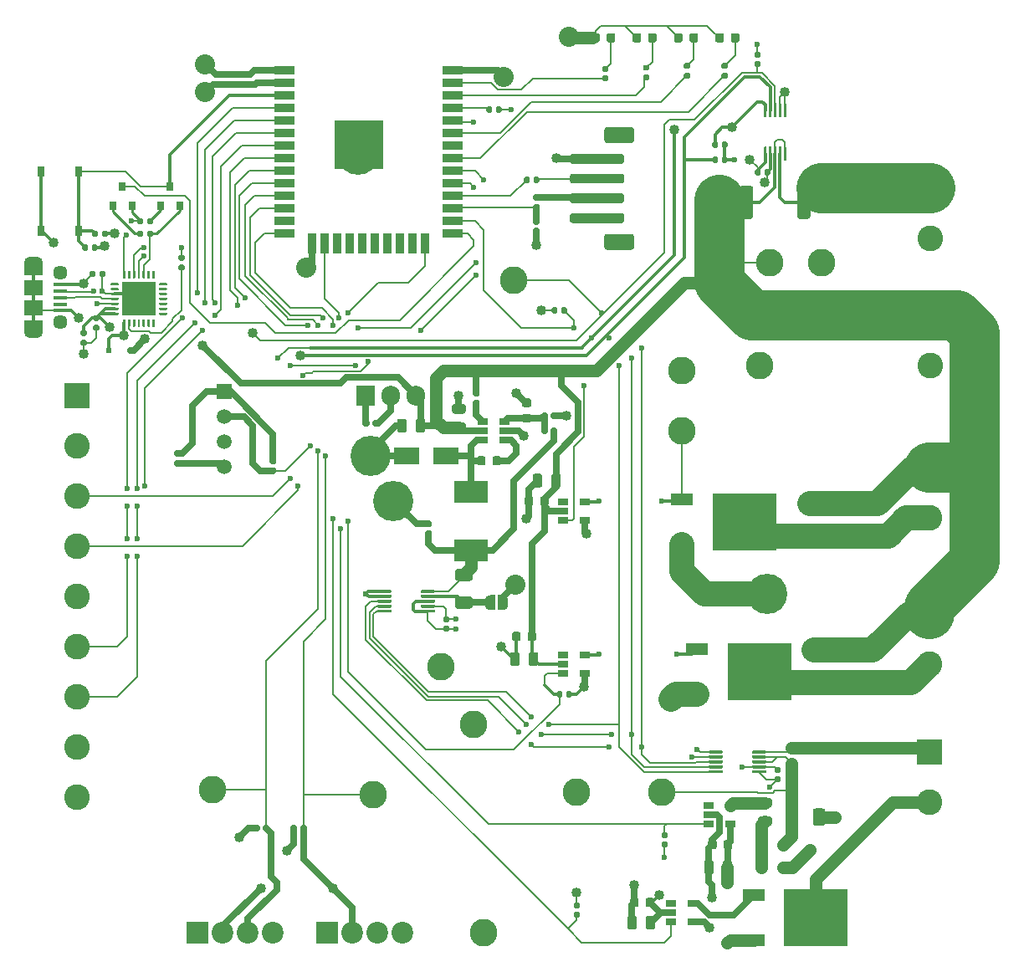
<source format=gtl>
G04 #@! TF.GenerationSoftware,KiCad,Pcbnew,5.1.6-c6e7f7d~87~ubuntu18.04.1*
G04 #@! TF.CreationDate,2020-08-03T14:56:27+01:00*
G04 #@! TF.ProjectId,garden,67617264-656e-42e6-9b69-6361645f7063,rev?*
G04 #@! TF.SameCoordinates,Original*
G04 #@! TF.FileFunction,Copper,L1,Top*
G04 #@! TF.FilePolarity,Positive*
%FSLAX46Y46*%
G04 Gerber Fmt 4.6, Leading zero omitted, Abs format (unit mm)*
G04 Created by KiCad (PCBNEW 5.1.6-c6e7f7d~87~ubuntu18.04.1) date 2020-08-03 14:56:27*
%MOMM*%
%LPD*%
G01*
G04 APERTURE LIST*
G04 #@! TA.AperFunction,SMDPad,CuDef*
%ADD10R,3.500000X2.200000*%
G04 #@! TD*
G04 #@! TA.AperFunction,SMDPad,CuDef*
%ADD11R,0.500000X0.500000*%
G04 #@! TD*
G04 #@! TA.AperFunction,SMDPad,CuDef*
%ADD12R,3.350000X3.350000*%
G04 #@! TD*
G04 #@! TA.AperFunction,ComponentPad*
%ADD13C,2.800000*%
G04 #@! TD*
G04 #@! TA.AperFunction,SMDPad,CuDef*
%ADD14R,2.000000X0.900000*%
G04 #@! TD*
G04 #@! TA.AperFunction,SMDPad,CuDef*
%ADD15R,0.900000X2.000000*%
G04 #@! TD*
G04 #@! TA.AperFunction,SMDPad,CuDef*
%ADD16R,5.000000X5.000000*%
G04 #@! TD*
G04 #@! TA.AperFunction,SMDPad,CuDef*
%ADD17C,0.100000*%
G04 #@! TD*
G04 #@! TA.AperFunction,ComponentPad*
%ADD18C,2.600000*%
G04 #@! TD*
G04 #@! TA.AperFunction,ComponentPad*
%ADD19R,2.600000X2.600000*%
G04 #@! TD*
G04 #@! TA.AperFunction,SMDPad,CuDef*
%ADD20R,1.060000X0.650000*%
G04 #@! TD*
G04 #@! TA.AperFunction,ComponentPad*
%ADD21O,1.905000X2.000000*%
G04 #@! TD*
G04 #@! TA.AperFunction,ComponentPad*
%ADD22R,1.905000X2.000000*%
G04 #@! TD*
G04 #@! TA.AperFunction,ComponentPad*
%ADD23C,1.500000*%
G04 #@! TD*
G04 #@! TA.AperFunction,ComponentPad*
%ADD24R,1.500000X1.500000*%
G04 #@! TD*
G04 #@! TA.AperFunction,SMDPad,CuDef*
%ADD25R,2.500000X1.800000*%
G04 #@! TD*
G04 #@! TA.AperFunction,SMDPad,CuDef*
%ADD26R,6.400000X5.800000*%
G04 #@! TD*
G04 #@! TA.AperFunction,SMDPad,CuDef*
%ADD27R,2.200000X1.200000*%
G04 #@! TD*
G04 #@! TA.AperFunction,SMDPad,CuDef*
%ADD28R,0.750000X1.000000*%
G04 #@! TD*
G04 #@! TA.AperFunction,SMDPad,CuDef*
%ADD29R,0.800000X0.900000*%
G04 #@! TD*
G04 #@! TA.AperFunction,SMDPad,CuDef*
%ADD30R,1.900000X1.200000*%
G04 #@! TD*
G04 #@! TA.AperFunction,ComponentPad*
%ADD31O,1.900000X1.200000*%
G04 #@! TD*
G04 #@! TA.AperFunction,SMDPad,CuDef*
%ADD32R,1.900000X1.500000*%
G04 #@! TD*
G04 #@! TA.AperFunction,ComponentPad*
%ADD33C,1.450000*%
G04 #@! TD*
G04 #@! TA.AperFunction,SMDPad,CuDef*
%ADD34R,1.350000X0.400000*%
G04 #@! TD*
G04 #@! TA.AperFunction,SMDPad,CuDef*
%ADD35R,1.200000X0.900000*%
G04 #@! TD*
G04 #@! TA.AperFunction,ComponentPad*
%ADD36C,2.200000*%
G04 #@! TD*
G04 #@! TA.AperFunction,ComponentPad*
%ADD37R,2.200000X2.200000*%
G04 #@! TD*
G04 #@! TA.AperFunction,ViaPad*
%ADD38C,1.016000*%
G04 #@! TD*
G04 #@! TA.AperFunction,ViaPad*
%ADD39C,4.064000*%
G04 #@! TD*
G04 #@! TA.AperFunction,ViaPad*
%ADD40C,2.032000*%
G04 #@! TD*
G04 #@! TA.AperFunction,ViaPad*
%ADD41C,0.600000*%
G04 #@! TD*
G04 #@! TA.AperFunction,Conductor*
%ADD42C,0.304800*%
G04 #@! TD*
G04 #@! TA.AperFunction,Conductor*
%ADD43C,0.203200*%
G04 #@! TD*
G04 #@! TA.AperFunction,Conductor*
%ADD44C,0.635000*%
G04 #@! TD*
G04 #@! TA.AperFunction,Conductor*
%ADD45C,1.270000*%
G04 #@! TD*
G04 #@! TA.AperFunction,Conductor*
%ADD46C,2.540000*%
G04 #@! TD*
G04 #@! TA.AperFunction,Conductor*
%ADD47C,0.177800*%
G04 #@! TD*
G04 #@! TA.AperFunction,Conductor*
%ADD48C,5.080000*%
G04 #@! TD*
G04 #@! TA.AperFunction,Conductor*
%ADD49C,0.254000*%
G04 #@! TD*
G04 APERTURE END LIST*
D10*
X101600000Y-105820000D03*
X101600000Y-99920000D03*
D11*
X64940000Y-85598000D03*
X67140000Y-85598000D03*
G04 #@! TA.AperFunction,SMDPad,CuDef*
G36*
G01*
X63564000Y-77678500D02*
X63564000Y-78023500D01*
G75*
G02*
X63416500Y-78171000I-147500J0D01*
G01*
X63121500Y-78171000D01*
G75*
G02*
X62974000Y-78023500I0J147500D01*
G01*
X62974000Y-77678500D01*
G75*
G02*
X63121500Y-77531000I147500J0D01*
G01*
X63416500Y-77531000D01*
G75*
G02*
X63564000Y-77678500I0J-147500D01*
G01*
G37*
G04 #@! TD.AperFunction*
G04 #@! TA.AperFunction,SMDPad,CuDef*
G36*
G01*
X64534000Y-77678500D02*
X64534000Y-78023500D01*
G75*
G02*
X64386500Y-78171000I-147500J0D01*
G01*
X64091500Y-78171000D01*
G75*
G02*
X63944000Y-78023500I0J147500D01*
G01*
X63944000Y-77678500D01*
G75*
G02*
X64091500Y-77531000I147500J0D01*
G01*
X64386500Y-77531000D01*
G75*
G02*
X64534000Y-77678500I0J-147500D01*
G01*
G37*
G04 #@! TD.AperFunction*
G04 #@! TA.AperFunction,SMDPad,CuDef*
G36*
G01*
X72435500Y-76518000D02*
X72090500Y-76518000D01*
G75*
G02*
X71943000Y-76370500I0J147500D01*
G01*
X71943000Y-76075500D01*
G75*
G02*
X72090500Y-75928000I147500J0D01*
G01*
X72435500Y-75928000D01*
G75*
G02*
X72583000Y-76075500I0J-147500D01*
G01*
X72583000Y-76370500D01*
G75*
G02*
X72435500Y-76518000I-147500J0D01*
G01*
G37*
G04 #@! TD.AperFunction*
G04 #@! TA.AperFunction,SMDPad,CuDef*
G36*
G01*
X72435500Y-77488000D02*
X72090500Y-77488000D01*
G75*
G02*
X71943000Y-77340500I0J147500D01*
G01*
X71943000Y-77045500D01*
G75*
G02*
X72090500Y-76898000I147500J0D01*
G01*
X72435500Y-76898000D01*
G75*
G02*
X72583000Y-77045500I0J-147500D01*
G01*
X72583000Y-77340500D01*
G75*
G02*
X72435500Y-77488000I-147500J0D01*
G01*
G37*
G04 #@! TD.AperFunction*
D12*
X67945000Y-80391000D03*
G04 #@! TA.AperFunction,SMDPad,CuDef*
G36*
G01*
X66320000Y-78278500D02*
X66320000Y-77603500D01*
G75*
G02*
X66382500Y-77541000I62500J0D01*
G01*
X66507500Y-77541000D01*
G75*
G02*
X66570000Y-77603500I0J-62500D01*
G01*
X66570000Y-78278500D01*
G75*
G02*
X66507500Y-78341000I-62500J0D01*
G01*
X66382500Y-78341000D01*
G75*
G02*
X66320000Y-78278500I0J62500D01*
G01*
G37*
G04 #@! TD.AperFunction*
G04 #@! TA.AperFunction,SMDPad,CuDef*
G36*
G01*
X66820000Y-78278500D02*
X66820000Y-77603500D01*
G75*
G02*
X66882500Y-77541000I62500J0D01*
G01*
X67007500Y-77541000D01*
G75*
G02*
X67070000Y-77603500I0J-62500D01*
G01*
X67070000Y-78278500D01*
G75*
G02*
X67007500Y-78341000I-62500J0D01*
G01*
X66882500Y-78341000D01*
G75*
G02*
X66820000Y-78278500I0J62500D01*
G01*
G37*
G04 #@! TD.AperFunction*
G04 #@! TA.AperFunction,SMDPad,CuDef*
G36*
G01*
X67320000Y-78278500D02*
X67320000Y-77603500D01*
G75*
G02*
X67382500Y-77541000I62500J0D01*
G01*
X67507500Y-77541000D01*
G75*
G02*
X67570000Y-77603500I0J-62500D01*
G01*
X67570000Y-78278500D01*
G75*
G02*
X67507500Y-78341000I-62500J0D01*
G01*
X67382500Y-78341000D01*
G75*
G02*
X67320000Y-78278500I0J62500D01*
G01*
G37*
G04 #@! TD.AperFunction*
G04 #@! TA.AperFunction,SMDPad,CuDef*
G36*
G01*
X67820000Y-78278500D02*
X67820000Y-77603500D01*
G75*
G02*
X67882500Y-77541000I62500J0D01*
G01*
X68007500Y-77541000D01*
G75*
G02*
X68070000Y-77603500I0J-62500D01*
G01*
X68070000Y-78278500D01*
G75*
G02*
X68007500Y-78341000I-62500J0D01*
G01*
X67882500Y-78341000D01*
G75*
G02*
X67820000Y-78278500I0J62500D01*
G01*
G37*
G04 #@! TD.AperFunction*
G04 #@! TA.AperFunction,SMDPad,CuDef*
G36*
G01*
X68320000Y-78278500D02*
X68320000Y-77603500D01*
G75*
G02*
X68382500Y-77541000I62500J0D01*
G01*
X68507500Y-77541000D01*
G75*
G02*
X68570000Y-77603500I0J-62500D01*
G01*
X68570000Y-78278500D01*
G75*
G02*
X68507500Y-78341000I-62500J0D01*
G01*
X68382500Y-78341000D01*
G75*
G02*
X68320000Y-78278500I0J62500D01*
G01*
G37*
G04 #@! TD.AperFunction*
G04 #@! TA.AperFunction,SMDPad,CuDef*
G36*
G01*
X68820000Y-78278500D02*
X68820000Y-77603500D01*
G75*
G02*
X68882500Y-77541000I62500J0D01*
G01*
X69007500Y-77541000D01*
G75*
G02*
X69070000Y-77603500I0J-62500D01*
G01*
X69070000Y-78278500D01*
G75*
G02*
X69007500Y-78341000I-62500J0D01*
G01*
X68882500Y-78341000D01*
G75*
G02*
X68820000Y-78278500I0J62500D01*
G01*
G37*
G04 #@! TD.AperFunction*
G04 #@! TA.AperFunction,SMDPad,CuDef*
G36*
G01*
X69320000Y-78278500D02*
X69320000Y-77603500D01*
G75*
G02*
X69382500Y-77541000I62500J0D01*
G01*
X69507500Y-77541000D01*
G75*
G02*
X69570000Y-77603500I0J-62500D01*
G01*
X69570000Y-78278500D01*
G75*
G02*
X69507500Y-78341000I-62500J0D01*
G01*
X69382500Y-78341000D01*
G75*
G02*
X69320000Y-78278500I0J62500D01*
G01*
G37*
G04 #@! TD.AperFunction*
G04 #@! TA.AperFunction,SMDPad,CuDef*
G36*
G01*
X69995000Y-78953500D02*
X69995000Y-78828500D01*
G75*
G02*
X70057500Y-78766000I62500J0D01*
G01*
X70732500Y-78766000D01*
G75*
G02*
X70795000Y-78828500I0J-62500D01*
G01*
X70795000Y-78953500D01*
G75*
G02*
X70732500Y-79016000I-62500J0D01*
G01*
X70057500Y-79016000D01*
G75*
G02*
X69995000Y-78953500I0J62500D01*
G01*
G37*
G04 #@! TD.AperFunction*
G04 #@! TA.AperFunction,SMDPad,CuDef*
G36*
G01*
X69995000Y-79453500D02*
X69995000Y-79328500D01*
G75*
G02*
X70057500Y-79266000I62500J0D01*
G01*
X70732500Y-79266000D01*
G75*
G02*
X70795000Y-79328500I0J-62500D01*
G01*
X70795000Y-79453500D01*
G75*
G02*
X70732500Y-79516000I-62500J0D01*
G01*
X70057500Y-79516000D01*
G75*
G02*
X69995000Y-79453500I0J62500D01*
G01*
G37*
G04 #@! TD.AperFunction*
G04 #@! TA.AperFunction,SMDPad,CuDef*
G36*
G01*
X69995000Y-79953500D02*
X69995000Y-79828500D01*
G75*
G02*
X70057500Y-79766000I62500J0D01*
G01*
X70732500Y-79766000D01*
G75*
G02*
X70795000Y-79828500I0J-62500D01*
G01*
X70795000Y-79953500D01*
G75*
G02*
X70732500Y-80016000I-62500J0D01*
G01*
X70057500Y-80016000D01*
G75*
G02*
X69995000Y-79953500I0J62500D01*
G01*
G37*
G04 #@! TD.AperFunction*
G04 #@! TA.AperFunction,SMDPad,CuDef*
G36*
G01*
X69995000Y-80453500D02*
X69995000Y-80328500D01*
G75*
G02*
X70057500Y-80266000I62500J0D01*
G01*
X70732500Y-80266000D01*
G75*
G02*
X70795000Y-80328500I0J-62500D01*
G01*
X70795000Y-80453500D01*
G75*
G02*
X70732500Y-80516000I-62500J0D01*
G01*
X70057500Y-80516000D01*
G75*
G02*
X69995000Y-80453500I0J62500D01*
G01*
G37*
G04 #@! TD.AperFunction*
G04 #@! TA.AperFunction,SMDPad,CuDef*
G36*
G01*
X69995000Y-80953500D02*
X69995000Y-80828500D01*
G75*
G02*
X70057500Y-80766000I62500J0D01*
G01*
X70732500Y-80766000D01*
G75*
G02*
X70795000Y-80828500I0J-62500D01*
G01*
X70795000Y-80953500D01*
G75*
G02*
X70732500Y-81016000I-62500J0D01*
G01*
X70057500Y-81016000D01*
G75*
G02*
X69995000Y-80953500I0J62500D01*
G01*
G37*
G04 #@! TD.AperFunction*
G04 #@! TA.AperFunction,SMDPad,CuDef*
G36*
G01*
X69995000Y-81453500D02*
X69995000Y-81328500D01*
G75*
G02*
X70057500Y-81266000I62500J0D01*
G01*
X70732500Y-81266000D01*
G75*
G02*
X70795000Y-81328500I0J-62500D01*
G01*
X70795000Y-81453500D01*
G75*
G02*
X70732500Y-81516000I-62500J0D01*
G01*
X70057500Y-81516000D01*
G75*
G02*
X69995000Y-81453500I0J62500D01*
G01*
G37*
G04 #@! TD.AperFunction*
G04 #@! TA.AperFunction,SMDPad,CuDef*
G36*
G01*
X69995000Y-81953500D02*
X69995000Y-81828500D01*
G75*
G02*
X70057500Y-81766000I62500J0D01*
G01*
X70732500Y-81766000D01*
G75*
G02*
X70795000Y-81828500I0J-62500D01*
G01*
X70795000Y-81953500D01*
G75*
G02*
X70732500Y-82016000I-62500J0D01*
G01*
X70057500Y-82016000D01*
G75*
G02*
X69995000Y-81953500I0J62500D01*
G01*
G37*
G04 #@! TD.AperFunction*
G04 #@! TA.AperFunction,SMDPad,CuDef*
G36*
G01*
X69320000Y-83178500D02*
X69320000Y-82503500D01*
G75*
G02*
X69382500Y-82441000I62500J0D01*
G01*
X69507500Y-82441000D01*
G75*
G02*
X69570000Y-82503500I0J-62500D01*
G01*
X69570000Y-83178500D01*
G75*
G02*
X69507500Y-83241000I-62500J0D01*
G01*
X69382500Y-83241000D01*
G75*
G02*
X69320000Y-83178500I0J62500D01*
G01*
G37*
G04 #@! TD.AperFunction*
G04 #@! TA.AperFunction,SMDPad,CuDef*
G36*
G01*
X68820000Y-83178500D02*
X68820000Y-82503500D01*
G75*
G02*
X68882500Y-82441000I62500J0D01*
G01*
X69007500Y-82441000D01*
G75*
G02*
X69070000Y-82503500I0J-62500D01*
G01*
X69070000Y-83178500D01*
G75*
G02*
X69007500Y-83241000I-62500J0D01*
G01*
X68882500Y-83241000D01*
G75*
G02*
X68820000Y-83178500I0J62500D01*
G01*
G37*
G04 #@! TD.AperFunction*
G04 #@! TA.AperFunction,SMDPad,CuDef*
G36*
G01*
X68320000Y-83178500D02*
X68320000Y-82503500D01*
G75*
G02*
X68382500Y-82441000I62500J0D01*
G01*
X68507500Y-82441000D01*
G75*
G02*
X68570000Y-82503500I0J-62500D01*
G01*
X68570000Y-83178500D01*
G75*
G02*
X68507500Y-83241000I-62500J0D01*
G01*
X68382500Y-83241000D01*
G75*
G02*
X68320000Y-83178500I0J62500D01*
G01*
G37*
G04 #@! TD.AperFunction*
G04 #@! TA.AperFunction,SMDPad,CuDef*
G36*
G01*
X67820000Y-83178500D02*
X67820000Y-82503500D01*
G75*
G02*
X67882500Y-82441000I62500J0D01*
G01*
X68007500Y-82441000D01*
G75*
G02*
X68070000Y-82503500I0J-62500D01*
G01*
X68070000Y-83178500D01*
G75*
G02*
X68007500Y-83241000I-62500J0D01*
G01*
X67882500Y-83241000D01*
G75*
G02*
X67820000Y-83178500I0J62500D01*
G01*
G37*
G04 #@! TD.AperFunction*
G04 #@! TA.AperFunction,SMDPad,CuDef*
G36*
G01*
X67320000Y-83178500D02*
X67320000Y-82503500D01*
G75*
G02*
X67382500Y-82441000I62500J0D01*
G01*
X67507500Y-82441000D01*
G75*
G02*
X67570000Y-82503500I0J-62500D01*
G01*
X67570000Y-83178500D01*
G75*
G02*
X67507500Y-83241000I-62500J0D01*
G01*
X67382500Y-83241000D01*
G75*
G02*
X67320000Y-83178500I0J62500D01*
G01*
G37*
G04 #@! TD.AperFunction*
G04 #@! TA.AperFunction,SMDPad,CuDef*
G36*
G01*
X66820000Y-83178500D02*
X66820000Y-82503500D01*
G75*
G02*
X66882500Y-82441000I62500J0D01*
G01*
X67007500Y-82441000D01*
G75*
G02*
X67070000Y-82503500I0J-62500D01*
G01*
X67070000Y-83178500D01*
G75*
G02*
X67007500Y-83241000I-62500J0D01*
G01*
X66882500Y-83241000D01*
G75*
G02*
X66820000Y-83178500I0J62500D01*
G01*
G37*
G04 #@! TD.AperFunction*
G04 #@! TA.AperFunction,SMDPad,CuDef*
G36*
G01*
X66320000Y-83178500D02*
X66320000Y-82503500D01*
G75*
G02*
X66382500Y-82441000I62500J0D01*
G01*
X66507500Y-82441000D01*
G75*
G02*
X66570000Y-82503500I0J-62500D01*
G01*
X66570000Y-83178500D01*
G75*
G02*
X66507500Y-83241000I-62500J0D01*
G01*
X66382500Y-83241000D01*
G75*
G02*
X66320000Y-83178500I0J62500D01*
G01*
G37*
G04 #@! TD.AperFunction*
G04 #@! TA.AperFunction,SMDPad,CuDef*
G36*
G01*
X65095000Y-81953500D02*
X65095000Y-81828500D01*
G75*
G02*
X65157500Y-81766000I62500J0D01*
G01*
X65832500Y-81766000D01*
G75*
G02*
X65895000Y-81828500I0J-62500D01*
G01*
X65895000Y-81953500D01*
G75*
G02*
X65832500Y-82016000I-62500J0D01*
G01*
X65157500Y-82016000D01*
G75*
G02*
X65095000Y-81953500I0J62500D01*
G01*
G37*
G04 #@! TD.AperFunction*
G04 #@! TA.AperFunction,SMDPad,CuDef*
G36*
G01*
X65095000Y-81453500D02*
X65095000Y-81328500D01*
G75*
G02*
X65157500Y-81266000I62500J0D01*
G01*
X65832500Y-81266000D01*
G75*
G02*
X65895000Y-81328500I0J-62500D01*
G01*
X65895000Y-81453500D01*
G75*
G02*
X65832500Y-81516000I-62500J0D01*
G01*
X65157500Y-81516000D01*
G75*
G02*
X65095000Y-81453500I0J62500D01*
G01*
G37*
G04 #@! TD.AperFunction*
G04 #@! TA.AperFunction,SMDPad,CuDef*
G36*
G01*
X65095000Y-80953500D02*
X65095000Y-80828500D01*
G75*
G02*
X65157500Y-80766000I62500J0D01*
G01*
X65832500Y-80766000D01*
G75*
G02*
X65895000Y-80828500I0J-62500D01*
G01*
X65895000Y-80953500D01*
G75*
G02*
X65832500Y-81016000I-62500J0D01*
G01*
X65157500Y-81016000D01*
G75*
G02*
X65095000Y-80953500I0J62500D01*
G01*
G37*
G04 #@! TD.AperFunction*
G04 #@! TA.AperFunction,SMDPad,CuDef*
G36*
G01*
X65095000Y-80453500D02*
X65095000Y-80328500D01*
G75*
G02*
X65157500Y-80266000I62500J0D01*
G01*
X65832500Y-80266000D01*
G75*
G02*
X65895000Y-80328500I0J-62500D01*
G01*
X65895000Y-80453500D01*
G75*
G02*
X65832500Y-80516000I-62500J0D01*
G01*
X65157500Y-80516000D01*
G75*
G02*
X65095000Y-80453500I0J62500D01*
G01*
G37*
G04 #@! TD.AperFunction*
G04 #@! TA.AperFunction,SMDPad,CuDef*
G36*
G01*
X65095000Y-79953500D02*
X65095000Y-79828500D01*
G75*
G02*
X65157500Y-79766000I62500J0D01*
G01*
X65832500Y-79766000D01*
G75*
G02*
X65895000Y-79828500I0J-62500D01*
G01*
X65895000Y-79953500D01*
G75*
G02*
X65832500Y-80016000I-62500J0D01*
G01*
X65157500Y-80016000D01*
G75*
G02*
X65095000Y-79953500I0J62500D01*
G01*
G37*
G04 #@! TD.AperFunction*
G04 #@! TA.AperFunction,SMDPad,CuDef*
G36*
G01*
X65095000Y-79453500D02*
X65095000Y-79328500D01*
G75*
G02*
X65157500Y-79266000I62500J0D01*
G01*
X65832500Y-79266000D01*
G75*
G02*
X65895000Y-79328500I0J-62500D01*
G01*
X65895000Y-79453500D01*
G75*
G02*
X65832500Y-79516000I-62500J0D01*
G01*
X65157500Y-79516000D01*
G75*
G02*
X65095000Y-79453500I0J62500D01*
G01*
G37*
G04 #@! TD.AperFunction*
G04 #@! TA.AperFunction,SMDPad,CuDef*
G36*
G01*
X65095000Y-78953500D02*
X65095000Y-78828500D01*
G75*
G02*
X65157500Y-78766000I62500J0D01*
G01*
X65832500Y-78766000D01*
G75*
G02*
X65895000Y-78828500I0J-62500D01*
G01*
X65895000Y-78953500D01*
G75*
G02*
X65832500Y-79016000I-62500J0D01*
G01*
X65157500Y-79016000D01*
G75*
G02*
X65095000Y-78953500I0J62500D01*
G01*
G37*
G04 #@! TD.AperFunction*
D13*
X137076000Y-76708000D03*
X131826000Y-76708000D03*
X105918000Y-78486000D03*
X102870000Y-144526000D03*
X130810000Y-87122000D03*
X122936000Y-87630000D03*
X91694000Y-130556000D03*
X75438000Y-130048000D03*
X122936000Y-93726000D03*
X112268000Y-130302000D03*
X120904000Y-130302000D03*
X101854000Y-123444000D03*
X98552000Y-117602000D03*
D14*
X99686000Y-57277000D03*
X99686000Y-58547000D03*
X99686000Y-59817000D03*
X99686000Y-61087000D03*
X99686000Y-62357000D03*
X99686000Y-63627000D03*
X99686000Y-64897000D03*
X99686000Y-66167000D03*
X99686000Y-67437000D03*
X99686000Y-68707000D03*
X99686000Y-69977000D03*
X99686000Y-71247000D03*
X99686000Y-72517000D03*
X99686000Y-73787000D03*
D15*
X96901000Y-74787000D03*
X95631000Y-74787000D03*
X94361000Y-74787000D03*
X93091000Y-74787000D03*
X91821000Y-74787000D03*
X90551000Y-74787000D03*
X89281000Y-74787000D03*
X88011000Y-74787000D03*
X86741000Y-74787000D03*
X85471000Y-74787000D03*
D14*
X82686000Y-73787000D03*
X82686000Y-72517000D03*
X82686000Y-71247000D03*
X82686000Y-69977000D03*
X82686000Y-68707000D03*
X82686000Y-67437000D03*
X82686000Y-66167000D03*
X82686000Y-64897000D03*
X82686000Y-63627000D03*
X82686000Y-62357000D03*
X82686000Y-61087000D03*
X82686000Y-59817000D03*
X82686000Y-58547000D03*
X82686000Y-57277000D03*
D16*
X90186000Y-64777000D03*
G04 #@! TA.AperFunction,SMDPad,CuDef*
D17*
G36*
X104790000Y-110375602D02*
G01*
X104814534Y-110375602D01*
X104863365Y-110380412D01*
X104911490Y-110389984D01*
X104958445Y-110404228D01*
X105003778Y-110423005D01*
X105047051Y-110446136D01*
X105087850Y-110473396D01*
X105125779Y-110504524D01*
X105160476Y-110539221D01*
X105191604Y-110577150D01*
X105218864Y-110617949D01*
X105241995Y-110661222D01*
X105260772Y-110706555D01*
X105275016Y-110753510D01*
X105284588Y-110801635D01*
X105289398Y-110850466D01*
X105289398Y-110875000D01*
X105290000Y-110875000D01*
X105290000Y-111375000D01*
X105289398Y-111375000D01*
X105289398Y-111399534D01*
X105284588Y-111448365D01*
X105275016Y-111496490D01*
X105260772Y-111543445D01*
X105241995Y-111588778D01*
X105218864Y-111632051D01*
X105191604Y-111672850D01*
X105160476Y-111710779D01*
X105125779Y-111745476D01*
X105087850Y-111776604D01*
X105047051Y-111803864D01*
X105003778Y-111826995D01*
X104958445Y-111845772D01*
X104911490Y-111860016D01*
X104863365Y-111869588D01*
X104814534Y-111874398D01*
X104790000Y-111874398D01*
X104790000Y-111875000D01*
X104290000Y-111875000D01*
X104290000Y-110375000D01*
X104790000Y-110375000D01*
X104790000Y-110375602D01*
G37*
G04 #@! TD.AperFunction*
G04 #@! TA.AperFunction,SMDPad,CuDef*
G36*
X103990000Y-111875000D02*
G01*
X103490000Y-111875000D01*
X103490000Y-111874398D01*
X103465466Y-111874398D01*
X103416635Y-111869588D01*
X103368510Y-111860016D01*
X103321555Y-111845772D01*
X103276222Y-111826995D01*
X103232949Y-111803864D01*
X103192150Y-111776604D01*
X103154221Y-111745476D01*
X103119524Y-111710779D01*
X103088396Y-111672850D01*
X103061136Y-111632051D01*
X103038005Y-111588778D01*
X103019228Y-111543445D01*
X103004984Y-111496490D01*
X102995412Y-111448365D01*
X102990602Y-111399534D01*
X102990602Y-111375000D01*
X102990000Y-111375000D01*
X102990000Y-110875000D01*
X102990602Y-110875000D01*
X102990602Y-110850466D01*
X102995412Y-110801635D01*
X103004984Y-110753510D01*
X103019228Y-110706555D01*
X103038005Y-110661222D01*
X103061136Y-110617949D01*
X103088396Y-110577150D01*
X103119524Y-110539221D01*
X103154221Y-110504524D01*
X103192150Y-110473396D01*
X103232949Y-110446136D01*
X103276222Y-110423005D01*
X103321555Y-110404228D01*
X103368510Y-110389984D01*
X103416635Y-110380412D01*
X103465466Y-110375602D01*
X103490000Y-110375602D01*
X103490000Y-110375000D01*
X103990000Y-110375000D01*
X103990000Y-111875000D01*
G37*
G04 #@! TD.AperFunction*
D18*
X61722000Y-130810000D03*
X61722000Y-125730000D03*
X61722000Y-120650000D03*
X61722000Y-115570000D03*
X61722000Y-110490000D03*
X61722000Y-105410000D03*
X61722000Y-100330000D03*
X61722000Y-95250000D03*
D19*
X61722000Y-90170000D03*
G04 #@! TA.AperFunction,SMDPad,CuDef*
G36*
G01*
X99232500Y-113094000D02*
X98887500Y-113094000D01*
G75*
G02*
X98740000Y-112946500I0J147500D01*
G01*
X98740000Y-112651500D01*
G75*
G02*
X98887500Y-112504000I147500J0D01*
G01*
X99232500Y-112504000D01*
G75*
G02*
X99380000Y-112651500I0J-147500D01*
G01*
X99380000Y-112946500D01*
G75*
G02*
X99232500Y-113094000I-147500J0D01*
G01*
G37*
G04 #@! TD.AperFunction*
G04 #@! TA.AperFunction,SMDPad,CuDef*
G36*
G01*
X99232500Y-114064000D02*
X98887500Y-114064000D01*
G75*
G02*
X98740000Y-113916500I0J147500D01*
G01*
X98740000Y-113621500D01*
G75*
G02*
X98887500Y-113474000I147500J0D01*
G01*
X99232500Y-113474000D01*
G75*
G02*
X99380000Y-113621500I0J-147500D01*
G01*
X99380000Y-113916500D01*
G75*
G02*
X99232500Y-114064000I-147500J0D01*
G01*
G37*
G04 #@! TD.AperFunction*
G04 #@! TA.AperFunction,SMDPad,CuDef*
G36*
G01*
X96471000Y-110073000D02*
X96471000Y-109923000D01*
G75*
G02*
X96546000Y-109848000I75000J0D01*
G01*
X97846000Y-109848000D01*
G75*
G02*
X97921000Y-109923000I0J-75000D01*
G01*
X97921000Y-110073000D01*
G75*
G02*
X97846000Y-110148000I-75000J0D01*
G01*
X96546000Y-110148000D01*
G75*
G02*
X96471000Y-110073000I0J75000D01*
G01*
G37*
G04 #@! TD.AperFunction*
G04 #@! TA.AperFunction,SMDPad,CuDef*
G36*
G01*
X96471000Y-110573000D02*
X96471000Y-110423000D01*
G75*
G02*
X96546000Y-110348000I75000J0D01*
G01*
X97846000Y-110348000D01*
G75*
G02*
X97921000Y-110423000I0J-75000D01*
G01*
X97921000Y-110573000D01*
G75*
G02*
X97846000Y-110648000I-75000J0D01*
G01*
X96546000Y-110648000D01*
G75*
G02*
X96471000Y-110573000I0J75000D01*
G01*
G37*
G04 #@! TD.AperFunction*
G04 #@! TA.AperFunction,SMDPad,CuDef*
G36*
G01*
X96471000Y-111073000D02*
X96471000Y-110923000D01*
G75*
G02*
X96546000Y-110848000I75000J0D01*
G01*
X97846000Y-110848000D01*
G75*
G02*
X97921000Y-110923000I0J-75000D01*
G01*
X97921000Y-111073000D01*
G75*
G02*
X97846000Y-111148000I-75000J0D01*
G01*
X96546000Y-111148000D01*
G75*
G02*
X96471000Y-111073000I0J75000D01*
G01*
G37*
G04 #@! TD.AperFunction*
G04 #@! TA.AperFunction,SMDPad,CuDef*
G36*
G01*
X96471000Y-111573000D02*
X96471000Y-111423000D01*
G75*
G02*
X96546000Y-111348000I75000J0D01*
G01*
X97846000Y-111348000D01*
G75*
G02*
X97921000Y-111423000I0J-75000D01*
G01*
X97921000Y-111573000D01*
G75*
G02*
X97846000Y-111648000I-75000J0D01*
G01*
X96546000Y-111648000D01*
G75*
G02*
X96471000Y-111573000I0J75000D01*
G01*
G37*
G04 #@! TD.AperFunction*
G04 #@! TA.AperFunction,SMDPad,CuDef*
G36*
G01*
X96471000Y-112073000D02*
X96471000Y-111923000D01*
G75*
G02*
X96546000Y-111848000I75000J0D01*
G01*
X97846000Y-111848000D01*
G75*
G02*
X97921000Y-111923000I0J-75000D01*
G01*
X97921000Y-112073000D01*
G75*
G02*
X97846000Y-112148000I-75000J0D01*
G01*
X96546000Y-112148000D01*
G75*
G02*
X96471000Y-112073000I0J75000D01*
G01*
G37*
G04 #@! TD.AperFunction*
G04 #@! TA.AperFunction,SMDPad,CuDef*
G36*
G01*
X92071000Y-112073000D02*
X92071000Y-111923000D01*
G75*
G02*
X92146000Y-111848000I75000J0D01*
G01*
X93446000Y-111848000D01*
G75*
G02*
X93521000Y-111923000I0J-75000D01*
G01*
X93521000Y-112073000D01*
G75*
G02*
X93446000Y-112148000I-75000J0D01*
G01*
X92146000Y-112148000D01*
G75*
G02*
X92071000Y-112073000I0J75000D01*
G01*
G37*
G04 #@! TD.AperFunction*
G04 #@! TA.AperFunction,SMDPad,CuDef*
G36*
G01*
X92071000Y-111573000D02*
X92071000Y-111423000D01*
G75*
G02*
X92146000Y-111348000I75000J0D01*
G01*
X93446000Y-111348000D01*
G75*
G02*
X93521000Y-111423000I0J-75000D01*
G01*
X93521000Y-111573000D01*
G75*
G02*
X93446000Y-111648000I-75000J0D01*
G01*
X92146000Y-111648000D01*
G75*
G02*
X92071000Y-111573000I0J75000D01*
G01*
G37*
G04 #@! TD.AperFunction*
G04 #@! TA.AperFunction,SMDPad,CuDef*
G36*
G01*
X92071000Y-111073000D02*
X92071000Y-110923000D01*
G75*
G02*
X92146000Y-110848000I75000J0D01*
G01*
X93446000Y-110848000D01*
G75*
G02*
X93521000Y-110923000I0J-75000D01*
G01*
X93521000Y-111073000D01*
G75*
G02*
X93446000Y-111148000I-75000J0D01*
G01*
X92146000Y-111148000D01*
G75*
G02*
X92071000Y-111073000I0J75000D01*
G01*
G37*
G04 #@! TD.AperFunction*
G04 #@! TA.AperFunction,SMDPad,CuDef*
G36*
G01*
X92071000Y-110573000D02*
X92071000Y-110423000D01*
G75*
G02*
X92146000Y-110348000I75000J0D01*
G01*
X93446000Y-110348000D01*
G75*
G02*
X93521000Y-110423000I0J-75000D01*
G01*
X93521000Y-110573000D01*
G75*
G02*
X93446000Y-110648000I-75000J0D01*
G01*
X92146000Y-110648000D01*
G75*
G02*
X92071000Y-110573000I0J75000D01*
G01*
G37*
G04 #@! TD.AperFunction*
G04 #@! TA.AperFunction,SMDPad,CuDef*
G36*
G01*
X92071000Y-110073000D02*
X92071000Y-109923000D01*
G75*
G02*
X92146000Y-109848000I75000J0D01*
G01*
X93446000Y-109848000D01*
G75*
G02*
X93521000Y-109923000I0J-75000D01*
G01*
X93521000Y-110073000D01*
G75*
G02*
X93446000Y-110148000I-75000J0D01*
G01*
X92146000Y-110148000D01*
G75*
G02*
X92071000Y-110073000I0J75000D01*
G01*
G37*
G04 #@! TD.AperFunction*
G04 #@! TA.AperFunction,SMDPad,CuDef*
G36*
G01*
X101463000Y-108953000D02*
X100213000Y-108953000D01*
G75*
G02*
X99963000Y-108703000I0J250000D01*
G01*
X99963000Y-107953000D01*
G75*
G02*
X100213000Y-107703000I250000J0D01*
G01*
X101463000Y-107703000D01*
G75*
G02*
X101713000Y-107953000I0J-250000D01*
G01*
X101713000Y-108703000D01*
G75*
G02*
X101463000Y-108953000I-250000J0D01*
G01*
G37*
G04 #@! TD.AperFunction*
G04 #@! TA.AperFunction,SMDPad,CuDef*
G36*
G01*
X101463000Y-111753000D02*
X100213000Y-111753000D01*
G75*
G02*
X99963000Y-111503000I0J250000D01*
G01*
X99963000Y-110753000D01*
G75*
G02*
X100213000Y-110503000I250000J0D01*
G01*
X101463000Y-110503000D01*
G75*
G02*
X101713000Y-110753000I0J-250000D01*
G01*
X101713000Y-111503000D01*
G75*
G02*
X101463000Y-111753000I-250000J0D01*
G01*
G37*
G04 #@! TD.AperFunction*
G04 #@! TA.AperFunction,SMDPad,CuDef*
G36*
G01*
X129999000Y-126329000D02*
X129999000Y-126179000D01*
G75*
G02*
X130074000Y-126104000I75000J0D01*
G01*
X131374000Y-126104000D01*
G75*
G02*
X131449000Y-126179000I0J-75000D01*
G01*
X131449000Y-126329000D01*
G75*
G02*
X131374000Y-126404000I-75000J0D01*
G01*
X130074000Y-126404000D01*
G75*
G02*
X129999000Y-126329000I0J75000D01*
G01*
G37*
G04 #@! TD.AperFunction*
G04 #@! TA.AperFunction,SMDPad,CuDef*
G36*
G01*
X129999000Y-126829000D02*
X129999000Y-126679000D01*
G75*
G02*
X130074000Y-126604000I75000J0D01*
G01*
X131374000Y-126604000D01*
G75*
G02*
X131449000Y-126679000I0J-75000D01*
G01*
X131449000Y-126829000D01*
G75*
G02*
X131374000Y-126904000I-75000J0D01*
G01*
X130074000Y-126904000D01*
G75*
G02*
X129999000Y-126829000I0J75000D01*
G01*
G37*
G04 #@! TD.AperFunction*
G04 #@! TA.AperFunction,SMDPad,CuDef*
G36*
G01*
X129999000Y-127329000D02*
X129999000Y-127179000D01*
G75*
G02*
X130074000Y-127104000I75000J0D01*
G01*
X131374000Y-127104000D01*
G75*
G02*
X131449000Y-127179000I0J-75000D01*
G01*
X131449000Y-127329000D01*
G75*
G02*
X131374000Y-127404000I-75000J0D01*
G01*
X130074000Y-127404000D01*
G75*
G02*
X129999000Y-127329000I0J75000D01*
G01*
G37*
G04 #@! TD.AperFunction*
G04 #@! TA.AperFunction,SMDPad,CuDef*
G36*
G01*
X129999000Y-127829000D02*
X129999000Y-127679000D01*
G75*
G02*
X130074000Y-127604000I75000J0D01*
G01*
X131374000Y-127604000D01*
G75*
G02*
X131449000Y-127679000I0J-75000D01*
G01*
X131449000Y-127829000D01*
G75*
G02*
X131374000Y-127904000I-75000J0D01*
G01*
X130074000Y-127904000D01*
G75*
G02*
X129999000Y-127829000I0J75000D01*
G01*
G37*
G04 #@! TD.AperFunction*
G04 #@! TA.AperFunction,SMDPad,CuDef*
G36*
G01*
X129999000Y-128329000D02*
X129999000Y-128179000D01*
G75*
G02*
X130074000Y-128104000I75000J0D01*
G01*
X131374000Y-128104000D01*
G75*
G02*
X131449000Y-128179000I0J-75000D01*
G01*
X131449000Y-128329000D01*
G75*
G02*
X131374000Y-128404000I-75000J0D01*
G01*
X130074000Y-128404000D01*
G75*
G02*
X129999000Y-128329000I0J75000D01*
G01*
G37*
G04 #@! TD.AperFunction*
G04 #@! TA.AperFunction,SMDPad,CuDef*
G36*
G01*
X125599000Y-128329000D02*
X125599000Y-128179000D01*
G75*
G02*
X125674000Y-128104000I75000J0D01*
G01*
X126974000Y-128104000D01*
G75*
G02*
X127049000Y-128179000I0J-75000D01*
G01*
X127049000Y-128329000D01*
G75*
G02*
X126974000Y-128404000I-75000J0D01*
G01*
X125674000Y-128404000D01*
G75*
G02*
X125599000Y-128329000I0J75000D01*
G01*
G37*
G04 #@! TD.AperFunction*
G04 #@! TA.AperFunction,SMDPad,CuDef*
G36*
G01*
X125599000Y-127829000D02*
X125599000Y-127679000D01*
G75*
G02*
X125674000Y-127604000I75000J0D01*
G01*
X126974000Y-127604000D01*
G75*
G02*
X127049000Y-127679000I0J-75000D01*
G01*
X127049000Y-127829000D01*
G75*
G02*
X126974000Y-127904000I-75000J0D01*
G01*
X125674000Y-127904000D01*
G75*
G02*
X125599000Y-127829000I0J75000D01*
G01*
G37*
G04 #@! TD.AperFunction*
G04 #@! TA.AperFunction,SMDPad,CuDef*
G36*
G01*
X125599000Y-127329000D02*
X125599000Y-127179000D01*
G75*
G02*
X125674000Y-127104000I75000J0D01*
G01*
X126974000Y-127104000D01*
G75*
G02*
X127049000Y-127179000I0J-75000D01*
G01*
X127049000Y-127329000D01*
G75*
G02*
X126974000Y-127404000I-75000J0D01*
G01*
X125674000Y-127404000D01*
G75*
G02*
X125599000Y-127329000I0J75000D01*
G01*
G37*
G04 #@! TD.AperFunction*
G04 #@! TA.AperFunction,SMDPad,CuDef*
G36*
G01*
X125599000Y-126829000D02*
X125599000Y-126679000D01*
G75*
G02*
X125674000Y-126604000I75000J0D01*
G01*
X126974000Y-126604000D01*
G75*
G02*
X127049000Y-126679000I0J-75000D01*
G01*
X127049000Y-126829000D01*
G75*
G02*
X126974000Y-126904000I-75000J0D01*
G01*
X125674000Y-126904000D01*
G75*
G02*
X125599000Y-126829000I0J75000D01*
G01*
G37*
G04 #@! TD.AperFunction*
G04 #@! TA.AperFunction,SMDPad,CuDef*
G36*
G01*
X125599000Y-126329000D02*
X125599000Y-126179000D01*
G75*
G02*
X125674000Y-126104000I75000J0D01*
G01*
X126974000Y-126104000D01*
G75*
G02*
X127049000Y-126179000I0J-75000D01*
G01*
X127049000Y-126329000D01*
G75*
G02*
X126974000Y-126404000I-75000J0D01*
G01*
X125674000Y-126404000D01*
G75*
G02*
X125599000Y-126329000I0J75000D01*
G01*
G37*
G04 #@! TD.AperFunction*
G04 #@! TA.AperFunction,SMDPad,CuDef*
G36*
G01*
X134559000Y-72037001D02*
X134559000Y-69186999D01*
G75*
G02*
X134808999Y-68937000I249999J0D01*
G01*
X135659001Y-68937000D01*
G75*
G02*
X135909000Y-69186999I0J-249999D01*
G01*
X135909000Y-72037001D01*
G75*
G02*
X135659001Y-72287000I-249999J0D01*
G01*
X134808999Y-72287000D01*
G75*
G02*
X134559000Y-72037001I0J249999D01*
G01*
G37*
G04 #@! TD.AperFunction*
G04 #@! TA.AperFunction,SMDPad,CuDef*
G36*
G01*
X128759000Y-72037001D02*
X128759000Y-69186999D01*
G75*
G02*
X129008999Y-68937000I249999J0D01*
G01*
X129859001Y-68937000D01*
G75*
G02*
X130109000Y-69186999I0J-249999D01*
G01*
X130109000Y-72037001D01*
G75*
G02*
X129859001Y-72287000I-249999J0D01*
G01*
X129008999Y-72287000D01*
G75*
G02*
X128759000Y-72037001I0J249999D01*
G01*
G37*
G04 #@! TD.AperFunction*
G04 #@! TA.AperFunction,SMDPad,CuDef*
G36*
G01*
X133259000Y-64975000D02*
X133409000Y-64975000D01*
G75*
G02*
X133484000Y-65050000I0J-75000D01*
G01*
X133484000Y-66350000D01*
G75*
G02*
X133409000Y-66425000I-75000J0D01*
G01*
X133259000Y-66425000D01*
G75*
G02*
X133184000Y-66350000I0J75000D01*
G01*
X133184000Y-65050000D01*
G75*
G02*
X133259000Y-64975000I75000J0D01*
G01*
G37*
G04 #@! TD.AperFunction*
G04 #@! TA.AperFunction,SMDPad,CuDef*
G36*
G01*
X132759000Y-64975000D02*
X132909000Y-64975000D01*
G75*
G02*
X132984000Y-65050000I0J-75000D01*
G01*
X132984000Y-66350000D01*
G75*
G02*
X132909000Y-66425000I-75000J0D01*
G01*
X132759000Y-66425000D01*
G75*
G02*
X132684000Y-66350000I0J75000D01*
G01*
X132684000Y-65050000D01*
G75*
G02*
X132759000Y-64975000I75000J0D01*
G01*
G37*
G04 #@! TD.AperFunction*
G04 #@! TA.AperFunction,SMDPad,CuDef*
G36*
G01*
X132259000Y-64975000D02*
X132409000Y-64975000D01*
G75*
G02*
X132484000Y-65050000I0J-75000D01*
G01*
X132484000Y-66350000D01*
G75*
G02*
X132409000Y-66425000I-75000J0D01*
G01*
X132259000Y-66425000D01*
G75*
G02*
X132184000Y-66350000I0J75000D01*
G01*
X132184000Y-65050000D01*
G75*
G02*
X132259000Y-64975000I75000J0D01*
G01*
G37*
G04 #@! TD.AperFunction*
G04 #@! TA.AperFunction,SMDPad,CuDef*
G36*
G01*
X131759000Y-64975000D02*
X131909000Y-64975000D01*
G75*
G02*
X131984000Y-65050000I0J-75000D01*
G01*
X131984000Y-66350000D01*
G75*
G02*
X131909000Y-66425000I-75000J0D01*
G01*
X131759000Y-66425000D01*
G75*
G02*
X131684000Y-66350000I0J75000D01*
G01*
X131684000Y-65050000D01*
G75*
G02*
X131759000Y-64975000I75000J0D01*
G01*
G37*
G04 #@! TD.AperFunction*
G04 #@! TA.AperFunction,SMDPad,CuDef*
G36*
G01*
X131259000Y-64975000D02*
X131409000Y-64975000D01*
G75*
G02*
X131484000Y-65050000I0J-75000D01*
G01*
X131484000Y-66350000D01*
G75*
G02*
X131409000Y-66425000I-75000J0D01*
G01*
X131259000Y-66425000D01*
G75*
G02*
X131184000Y-66350000I0J75000D01*
G01*
X131184000Y-65050000D01*
G75*
G02*
X131259000Y-64975000I75000J0D01*
G01*
G37*
G04 #@! TD.AperFunction*
G04 #@! TA.AperFunction,SMDPad,CuDef*
G36*
G01*
X131259000Y-60575000D02*
X131409000Y-60575000D01*
G75*
G02*
X131484000Y-60650000I0J-75000D01*
G01*
X131484000Y-61950000D01*
G75*
G02*
X131409000Y-62025000I-75000J0D01*
G01*
X131259000Y-62025000D01*
G75*
G02*
X131184000Y-61950000I0J75000D01*
G01*
X131184000Y-60650000D01*
G75*
G02*
X131259000Y-60575000I75000J0D01*
G01*
G37*
G04 #@! TD.AperFunction*
G04 #@! TA.AperFunction,SMDPad,CuDef*
G36*
G01*
X131759000Y-60575000D02*
X131909000Y-60575000D01*
G75*
G02*
X131984000Y-60650000I0J-75000D01*
G01*
X131984000Y-61950000D01*
G75*
G02*
X131909000Y-62025000I-75000J0D01*
G01*
X131759000Y-62025000D01*
G75*
G02*
X131684000Y-61950000I0J75000D01*
G01*
X131684000Y-60650000D01*
G75*
G02*
X131759000Y-60575000I75000J0D01*
G01*
G37*
G04 #@! TD.AperFunction*
G04 #@! TA.AperFunction,SMDPad,CuDef*
G36*
G01*
X132259000Y-60575000D02*
X132409000Y-60575000D01*
G75*
G02*
X132484000Y-60650000I0J-75000D01*
G01*
X132484000Y-61950000D01*
G75*
G02*
X132409000Y-62025000I-75000J0D01*
G01*
X132259000Y-62025000D01*
G75*
G02*
X132184000Y-61950000I0J75000D01*
G01*
X132184000Y-60650000D01*
G75*
G02*
X132259000Y-60575000I75000J0D01*
G01*
G37*
G04 #@! TD.AperFunction*
G04 #@! TA.AperFunction,SMDPad,CuDef*
G36*
G01*
X132759000Y-60575000D02*
X132909000Y-60575000D01*
G75*
G02*
X132984000Y-60650000I0J-75000D01*
G01*
X132984000Y-61950000D01*
G75*
G02*
X132909000Y-62025000I-75000J0D01*
G01*
X132759000Y-62025000D01*
G75*
G02*
X132684000Y-61950000I0J75000D01*
G01*
X132684000Y-60650000D01*
G75*
G02*
X132759000Y-60575000I75000J0D01*
G01*
G37*
G04 #@! TD.AperFunction*
G04 #@! TA.AperFunction,SMDPad,CuDef*
G36*
G01*
X133259000Y-60575000D02*
X133409000Y-60575000D01*
G75*
G02*
X133484000Y-60650000I0J-75000D01*
G01*
X133484000Y-61950000D01*
G75*
G02*
X133409000Y-62025000I-75000J0D01*
G01*
X133259000Y-62025000D01*
G75*
G02*
X133184000Y-61950000I0J75000D01*
G01*
X133184000Y-60650000D01*
G75*
G02*
X133259000Y-60575000I75000J0D01*
G01*
G37*
G04 #@! TD.AperFunction*
G04 #@! TA.AperFunction,SMDPad,CuDef*
G36*
G01*
X130383500Y-56324000D02*
X130728500Y-56324000D01*
G75*
G02*
X130876000Y-56471500I0J-147500D01*
G01*
X130876000Y-56766500D01*
G75*
G02*
X130728500Y-56914000I-147500J0D01*
G01*
X130383500Y-56914000D01*
G75*
G02*
X130236000Y-56766500I0J147500D01*
G01*
X130236000Y-56471500D01*
G75*
G02*
X130383500Y-56324000I147500J0D01*
G01*
G37*
G04 #@! TD.AperFunction*
G04 #@! TA.AperFunction,SMDPad,CuDef*
G36*
G01*
X130383500Y-55354000D02*
X130728500Y-55354000D01*
G75*
G02*
X130876000Y-55501500I0J-147500D01*
G01*
X130876000Y-55796500D01*
G75*
G02*
X130728500Y-55944000I-147500J0D01*
G01*
X130383500Y-55944000D01*
G75*
G02*
X130236000Y-55796500I0J147500D01*
G01*
X130236000Y-55501500D01*
G75*
G02*
X130383500Y-55354000I147500J0D01*
G01*
G37*
G04 #@! TD.AperFunction*
G04 #@! TA.AperFunction,SMDPad,CuDef*
G36*
G01*
X126556000Y-66121500D02*
X126556000Y-66466500D01*
G75*
G02*
X126408500Y-66614000I-147500J0D01*
G01*
X126113500Y-66614000D01*
G75*
G02*
X125966000Y-66466500I0J147500D01*
G01*
X125966000Y-66121500D01*
G75*
G02*
X126113500Y-65974000I147500J0D01*
G01*
X126408500Y-65974000D01*
G75*
G02*
X126556000Y-66121500I0J-147500D01*
G01*
G37*
G04 #@! TD.AperFunction*
G04 #@! TA.AperFunction,SMDPad,CuDef*
G36*
G01*
X127526000Y-66121500D02*
X127526000Y-66466500D01*
G75*
G02*
X127378500Y-66614000I-147500J0D01*
G01*
X127083500Y-66614000D01*
G75*
G02*
X126936000Y-66466500I0J147500D01*
G01*
X126936000Y-66121500D01*
G75*
G02*
X127083500Y-65974000I147500J0D01*
G01*
X127378500Y-65974000D01*
G75*
G02*
X127526000Y-66121500I0J-147500D01*
G01*
G37*
G04 #@! TD.AperFunction*
G04 #@! TA.AperFunction,SMDPad,CuDef*
G36*
G01*
X126556000Y-64597500D02*
X126556000Y-64942500D01*
G75*
G02*
X126408500Y-65090000I-147500J0D01*
G01*
X126113500Y-65090000D01*
G75*
G02*
X125966000Y-64942500I0J147500D01*
G01*
X125966000Y-64597500D01*
G75*
G02*
X126113500Y-64450000I147500J0D01*
G01*
X126408500Y-64450000D01*
G75*
G02*
X126556000Y-64597500I0J-147500D01*
G01*
G37*
G04 #@! TD.AperFunction*
G04 #@! TA.AperFunction,SMDPad,CuDef*
G36*
G01*
X127526000Y-64597500D02*
X127526000Y-64942500D01*
G75*
G02*
X127378500Y-65090000I-147500J0D01*
G01*
X127083500Y-65090000D01*
G75*
G02*
X126936000Y-64942500I0J147500D01*
G01*
X126936000Y-64597500D01*
G75*
G02*
X127083500Y-64450000I147500J0D01*
G01*
X127378500Y-64450000D01*
G75*
G02*
X127526000Y-64597500I0J-147500D01*
G01*
G37*
G04 #@! TD.AperFunction*
D20*
X113114000Y-100904000D03*
X113114000Y-102804000D03*
X110914000Y-102804000D03*
X110914000Y-101854000D03*
X110914000Y-100904000D03*
X113114000Y-116398000D03*
X113114000Y-118298000D03*
X110914000Y-118298000D03*
X110914000Y-117348000D03*
X110914000Y-116398000D03*
X124036000Y-141544000D03*
X124036000Y-143444000D03*
X121836000Y-143444000D03*
X121836000Y-142494000D03*
X121836000Y-141544000D03*
G04 #@! TA.AperFunction,SMDPad,CuDef*
G36*
G01*
X110808000Y-120223500D02*
X110808000Y-120568500D01*
G75*
G02*
X110660500Y-120716000I-147500J0D01*
G01*
X110365500Y-120716000D01*
G75*
G02*
X110218000Y-120568500I0J147500D01*
G01*
X110218000Y-120223500D01*
G75*
G02*
X110365500Y-120076000I147500J0D01*
G01*
X110660500Y-120076000D01*
G75*
G02*
X110808000Y-120223500I0J-147500D01*
G01*
G37*
G04 #@! TD.AperFunction*
G04 #@! TA.AperFunction,SMDPad,CuDef*
G36*
G01*
X111778000Y-120223500D02*
X111778000Y-120568500D01*
G75*
G02*
X111630500Y-120716000I-147500J0D01*
G01*
X111335500Y-120716000D01*
G75*
G02*
X111188000Y-120568500I0J147500D01*
G01*
X111188000Y-120223500D01*
G75*
G02*
X111335500Y-120076000I147500J0D01*
G01*
X111630500Y-120076000D01*
G75*
G02*
X111778000Y-120223500I0J-147500D01*
G01*
G37*
G04 #@! TD.AperFunction*
G04 #@! TA.AperFunction,SMDPad,CuDef*
G36*
G01*
X110680000Y-81706500D02*
X110680000Y-81361500D01*
G75*
G02*
X110827500Y-81214000I147500J0D01*
G01*
X111122500Y-81214000D01*
G75*
G02*
X111270000Y-81361500I0J-147500D01*
G01*
X111270000Y-81706500D01*
G75*
G02*
X111122500Y-81854000I-147500J0D01*
G01*
X110827500Y-81854000D01*
G75*
G02*
X110680000Y-81706500I0J147500D01*
G01*
G37*
G04 #@! TD.AperFunction*
G04 #@! TA.AperFunction,SMDPad,CuDef*
G36*
G01*
X109710000Y-81706500D02*
X109710000Y-81361500D01*
G75*
G02*
X109857500Y-81214000I147500J0D01*
G01*
X110152500Y-81214000D01*
G75*
G02*
X110300000Y-81361500I0J-147500D01*
G01*
X110300000Y-81706500D01*
G75*
G02*
X110152500Y-81854000I-147500J0D01*
G01*
X109857500Y-81854000D01*
G75*
G02*
X109710000Y-81706500I0J147500D01*
G01*
G37*
G04 #@! TD.AperFunction*
G04 #@! TA.AperFunction,SMDPad,CuDef*
G36*
G01*
X112095500Y-142453000D02*
X112440500Y-142453000D01*
G75*
G02*
X112588000Y-142600500I0J-147500D01*
G01*
X112588000Y-142895500D01*
G75*
G02*
X112440500Y-143043000I-147500J0D01*
G01*
X112095500Y-143043000D01*
G75*
G02*
X111948000Y-142895500I0J147500D01*
G01*
X111948000Y-142600500D01*
G75*
G02*
X112095500Y-142453000I147500J0D01*
G01*
G37*
G04 #@! TD.AperFunction*
G04 #@! TA.AperFunction,SMDPad,CuDef*
G36*
G01*
X112095500Y-141483000D02*
X112440500Y-141483000D01*
G75*
G02*
X112588000Y-141630500I0J-147500D01*
G01*
X112588000Y-141925500D01*
G75*
G02*
X112440500Y-142073000I-147500J0D01*
G01*
X112095500Y-142073000D01*
G75*
G02*
X111948000Y-141925500I0J147500D01*
G01*
X111948000Y-141630500D01*
G75*
G02*
X112095500Y-141483000I147500J0D01*
G01*
G37*
G04 #@! TD.AperFunction*
G04 #@! TA.AperFunction,SMDPad,CuDef*
G36*
G01*
X106484000Y-116383750D02*
X106484000Y-117296250D01*
G75*
G02*
X106240250Y-117540000I-243750J0D01*
G01*
X105752750Y-117540000D01*
G75*
G02*
X105509000Y-117296250I0J243750D01*
G01*
X105509000Y-116383750D01*
G75*
G02*
X105752750Y-116140000I243750J0D01*
G01*
X106240250Y-116140000D01*
G75*
G02*
X106484000Y-116383750I0J-243750D01*
G01*
G37*
G04 #@! TD.AperFunction*
G04 #@! TA.AperFunction,SMDPad,CuDef*
G36*
G01*
X108359000Y-116383750D02*
X108359000Y-117296250D01*
G75*
G02*
X108115250Y-117540000I-243750J0D01*
G01*
X107627750Y-117540000D01*
G75*
G02*
X107384000Y-117296250I0J243750D01*
G01*
X107384000Y-116383750D01*
G75*
G02*
X107627750Y-116140000I243750J0D01*
G01*
X108115250Y-116140000D01*
G75*
G02*
X108359000Y-116383750I0J-243750D01*
G01*
G37*
G04 #@! TD.AperFunction*
G04 #@! TA.AperFunction,SMDPad,CuDef*
G36*
G01*
X106584000Y-114297750D02*
X106584000Y-114810250D01*
G75*
G02*
X106365250Y-115029000I-218750J0D01*
G01*
X105927750Y-115029000D01*
G75*
G02*
X105709000Y-114810250I0J218750D01*
G01*
X105709000Y-114297750D01*
G75*
G02*
X105927750Y-114079000I218750J0D01*
G01*
X106365250Y-114079000D01*
G75*
G02*
X106584000Y-114297750I0J-218750D01*
G01*
G37*
G04 #@! TD.AperFunction*
G04 #@! TA.AperFunction,SMDPad,CuDef*
G36*
G01*
X108159000Y-114297750D02*
X108159000Y-114810250D01*
G75*
G02*
X107940250Y-115029000I-218750J0D01*
G01*
X107502750Y-115029000D01*
G75*
G02*
X107284000Y-114810250I0J218750D01*
G01*
X107284000Y-114297750D01*
G75*
G02*
X107502750Y-114079000I218750J0D01*
G01*
X107940250Y-114079000D01*
G75*
G02*
X108159000Y-114297750I0J-218750D01*
G01*
G37*
G04 #@! TD.AperFunction*
G04 #@! TA.AperFunction,SMDPad,CuDef*
G36*
G01*
X108770000Y-98335750D02*
X108770000Y-99248250D01*
G75*
G02*
X108526250Y-99492000I-243750J0D01*
G01*
X108038750Y-99492000D01*
G75*
G02*
X107795000Y-99248250I0J243750D01*
G01*
X107795000Y-98335750D01*
G75*
G02*
X108038750Y-98092000I243750J0D01*
G01*
X108526250Y-98092000D01*
G75*
G02*
X108770000Y-98335750I0J-243750D01*
G01*
G37*
G04 #@! TD.AperFunction*
G04 #@! TA.AperFunction,SMDPad,CuDef*
G36*
G01*
X110645000Y-98335750D02*
X110645000Y-99248250D01*
G75*
G02*
X110401250Y-99492000I-243750J0D01*
G01*
X109913750Y-99492000D01*
G75*
G02*
X109670000Y-99248250I0J243750D01*
G01*
X109670000Y-98335750D01*
G75*
G02*
X109913750Y-98092000I243750J0D01*
G01*
X110401250Y-98092000D01*
G75*
G02*
X110645000Y-98335750I0J-243750D01*
G01*
G37*
G04 #@! TD.AperFunction*
G04 #@! TA.AperFunction,SMDPad,CuDef*
G36*
G01*
X107854000Y-100581750D02*
X107854000Y-101094250D01*
G75*
G02*
X107635250Y-101313000I-218750J0D01*
G01*
X107197750Y-101313000D01*
G75*
G02*
X106979000Y-101094250I0J218750D01*
G01*
X106979000Y-100581750D01*
G75*
G02*
X107197750Y-100363000I218750J0D01*
G01*
X107635250Y-100363000D01*
G75*
G02*
X107854000Y-100581750I0J-218750D01*
G01*
G37*
G04 #@! TD.AperFunction*
G04 #@! TA.AperFunction,SMDPad,CuDef*
G36*
G01*
X109429000Y-100581750D02*
X109429000Y-101094250D01*
G75*
G02*
X109210250Y-101313000I-218750J0D01*
G01*
X108772750Y-101313000D01*
G75*
G02*
X108554000Y-101094250I0J218750D01*
G01*
X108554000Y-100581750D01*
G75*
G02*
X108772750Y-100363000I218750J0D01*
G01*
X109210250Y-100363000D01*
G75*
G02*
X109429000Y-100581750I0J-218750D01*
G01*
G37*
G04 #@! TD.AperFunction*
G04 #@! TA.AperFunction,SMDPad,CuDef*
G36*
G01*
X118343500Y-143053750D02*
X118343500Y-143966250D01*
G75*
G02*
X118099750Y-144210000I-243750J0D01*
G01*
X117612250Y-144210000D01*
G75*
G02*
X117368500Y-143966250I0J243750D01*
G01*
X117368500Y-143053750D01*
G75*
G02*
X117612250Y-142810000I243750J0D01*
G01*
X118099750Y-142810000D01*
G75*
G02*
X118343500Y-143053750I0J-243750D01*
G01*
G37*
G04 #@! TD.AperFunction*
G04 #@! TA.AperFunction,SMDPad,CuDef*
G36*
G01*
X120218500Y-143053750D02*
X120218500Y-143966250D01*
G75*
G02*
X119974750Y-144210000I-243750J0D01*
G01*
X119487250Y-144210000D01*
G75*
G02*
X119243500Y-143966250I0J243750D01*
G01*
X119243500Y-143053750D01*
G75*
G02*
X119487250Y-142810000I243750J0D01*
G01*
X119974750Y-142810000D01*
G75*
G02*
X120218500Y-143053750I0J-243750D01*
G01*
G37*
G04 #@! TD.AperFunction*
G04 #@! TA.AperFunction,SMDPad,CuDef*
G36*
G01*
X118522000Y-141221750D02*
X118522000Y-141734250D01*
G75*
G02*
X118303250Y-141953000I-218750J0D01*
G01*
X117865750Y-141953000D01*
G75*
G02*
X117647000Y-141734250I0J218750D01*
G01*
X117647000Y-141221750D01*
G75*
G02*
X117865750Y-141003000I218750J0D01*
G01*
X118303250Y-141003000D01*
G75*
G02*
X118522000Y-141221750I0J-218750D01*
G01*
G37*
G04 #@! TD.AperFunction*
G04 #@! TA.AperFunction,SMDPad,CuDef*
G36*
G01*
X120097000Y-141221750D02*
X120097000Y-141734250D01*
G75*
G02*
X119878250Y-141953000I-218750J0D01*
G01*
X119440750Y-141953000D01*
G75*
G02*
X119222000Y-141734250I0J218750D01*
G01*
X119222000Y-141221750D01*
G75*
G02*
X119440750Y-141003000I218750J0D01*
G01*
X119878250Y-141003000D01*
G75*
G02*
X120097000Y-141221750I0J-218750D01*
G01*
G37*
G04 #@! TD.AperFunction*
G04 #@! TA.AperFunction,SMDPad,CuDef*
G36*
G01*
X121330500Y-134938000D02*
X120985500Y-134938000D01*
G75*
G02*
X120838000Y-134790500I0J147500D01*
G01*
X120838000Y-134495500D01*
G75*
G02*
X120985500Y-134348000I147500J0D01*
G01*
X121330500Y-134348000D01*
G75*
G02*
X121478000Y-134495500I0J-147500D01*
G01*
X121478000Y-134790500D01*
G75*
G02*
X121330500Y-134938000I-147500J0D01*
G01*
G37*
G04 #@! TD.AperFunction*
G04 #@! TA.AperFunction,SMDPad,CuDef*
G36*
G01*
X121330500Y-135908000D02*
X120985500Y-135908000D01*
G75*
G02*
X120838000Y-135760500I0J147500D01*
G01*
X120838000Y-135465500D01*
G75*
G02*
X120985500Y-135318000I147500J0D01*
G01*
X121330500Y-135318000D01*
G75*
G02*
X121478000Y-135465500I0J-147500D01*
G01*
X121478000Y-135760500D01*
G75*
G02*
X121330500Y-135908000I-147500J0D01*
G01*
G37*
G04 #@! TD.AperFunction*
G04 #@! TA.AperFunction,SMDPad,CuDef*
G36*
G01*
X97454500Y-103442000D02*
X97109500Y-103442000D01*
G75*
G02*
X96962000Y-103294500I0J147500D01*
G01*
X96962000Y-102999500D01*
G75*
G02*
X97109500Y-102852000I147500J0D01*
G01*
X97454500Y-102852000D01*
G75*
G02*
X97602000Y-102999500I0J-147500D01*
G01*
X97602000Y-103294500D01*
G75*
G02*
X97454500Y-103442000I-147500J0D01*
G01*
G37*
G04 #@! TD.AperFunction*
G04 #@! TA.AperFunction,SMDPad,CuDef*
G36*
G01*
X97454500Y-104412000D02*
X97109500Y-104412000D01*
G75*
G02*
X96962000Y-104264500I0J147500D01*
G01*
X96962000Y-103969500D01*
G75*
G02*
X97109500Y-103822000I147500J0D01*
G01*
X97454500Y-103822000D01*
G75*
G02*
X97602000Y-103969500I0J-147500D01*
G01*
X97602000Y-104264500D01*
G75*
G02*
X97454500Y-104412000I-147500J0D01*
G01*
G37*
G04 #@! TD.AperFunction*
D21*
X96012000Y-90170000D03*
X93472000Y-90170000D03*
D22*
X90932000Y-90170000D03*
G04 #@! TA.AperFunction,SMDPad,CuDef*
G36*
G01*
X91250000Y-92791500D02*
X91250000Y-93136500D01*
G75*
G02*
X91102500Y-93284000I-147500J0D01*
G01*
X90807500Y-93284000D01*
G75*
G02*
X90660000Y-93136500I0J147500D01*
G01*
X90660000Y-92791500D01*
G75*
G02*
X90807500Y-92644000I147500J0D01*
G01*
X91102500Y-92644000D01*
G75*
G02*
X91250000Y-92791500I0J-147500D01*
G01*
G37*
G04 #@! TD.AperFunction*
G04 #@! TA.AperFunction,SMDPad,CuDef*
G36*
G01*
X92220000Y-92791500D02*
X92220000Y-93136500D01*
G75*
G02*
X92072500Y-93284000I-147500J0D01*
G01*
X91777500Y-93284000D01*
G75*
G02*
X91630000Y-93136500I0J147500D01*
G01*
X91630000Y-92791500D01*
G75*
G02*
X91777500Y-92644000I147500J0D01*
G01*
X92072500Y-92644000D01*
G75*
G02*
X92220000Y-92791500I0J-147500D01*
G01*
G37*
G04 #@! TD.AperFunction*
G04 #@! TA.AperFunction,SMDPad,CuDef*
G36*
G01*
X95054000Y-92761750D02*
X95054000Y-93674250D01*
G75*
G02*
X94810250Y-93918000I-243750J0D01*
G01*
X94322750Y-93918000D01*
G75*
G02*
X94079000Y-93674250I0J243750D01*
G01*
X94079000Y-92761750D01*
G75*
G02*
X94322750Y-92518000I243750J0D01*
G01*
X94810250Y-92518000D01*
G75*
G02*
X95054000Y-92761750I0J-243750D01*
G01*
G37*
G04 #@! TD.AperFunction*
G04 #@! TA.AperFunction,SMDPad,CuDef*
G36*
G01*
X96929000Y-92761750D02*
X96929000Y-93674250D01*
G75*
G02*
X96685250Y-93918000I-243750J0D01*
G01*
X96197750Y-93918000D01*
G75*
G02*
X95954000Y-93674250I0J243750D01*
G01*
X95954000Y-92761750D01*
G75*
G02*
X96197750Y-92518000I243750J0D01*
G01*
X96685250Y-92518000D01*
G75*
G02*
X96929000Y-92761750I0J-243750D01*
G01*
G37*
G04 #@! TD.AperFunction*
G04 #@! TA.AperFunction,SMDPad,CuDef*
G36*
G01*
X107506000Y-68153500D02*
X107506000Y-68498500D01*
G75*
G02*
X107358500Y-68646000I-147500J0D01*
G01*
X107063500Y-68646000D01*
G75*
G02*
X106916000Y-68498500I0J147500D01*
G01*
X106916000Y-68153500D01*
G75*
G02*
X107063500Y-68006000I147500J0D01*
G01*
X107358500Y-68006000D01*
G75*
G02*
X107506000Y-68153500I0J-147500D01*
G01*
G37*
G04 #@! TD.AperFunction*
G04 #@! TA.AperFunction,SMDPad,CuDef*
G36*
G01*
X108476000Y-68153500D02*
X108476000Y-68498500D01*
G75*
G02*
X108328500Y-68646000I-147500J0D01*
G01*
X108033500Y-68646000D01*
G75*
G02*
X107886000Y-68498500I0J147500D01*
G01*
X107886000Y-68153500D01*
G75*
G02*
X108033500Y-68006000I147500J0D01*
G01*
X108328500Y-68006000D01*
G75*
G02*
X108476000Y-68153500I0J-147500D01*
G01*
G37*
G04 #@! TD.AperFunction*
G04 #@! TA.AperFunction,SMDPad,CuDef*
G36*
G01*
X76626500Y-57976000D02*
X76281500Y-57976000D01*
G75*
G02*
X76134000Y-57828500I0J147500D01*
G01*
X76134000Y-57533500D01*
G75*
G02*
X76281500Y-57386000I147500J0D01*
G01*
X76626500Y-57386000D01*
G75*
G02*
X76774000Y-57533500I0J-147500D01*
G01*
X76774000Y-57828500D01*
G75*
G02*
X76626500Y-57976000I-147500J0D01*
G01*
G37*
G04 #@! TD.AperFunction*
G04 #@! TA.AperFunction,SMDPad,CuDef*
G36*
G01*
X76626500Y-58946000D02*
X76281500Y-58946000D01*
G75*
G02*
X76134000Y-58798500I0J147500D01*
G01*
X76134000Y-58503500D01*
G75*
G02*
X76281500Y-58356000I147500J0D01*
G01*
X76626500Y-58356000D01*
G75*
G02*
X76774000Y-58503500I0J-147500D01*
G01*
X76774000Y-58798500D01*
G75*
G02*
X76626500Y-58946000I-147500J0D01*
G01*
G37*
G04 #@! TD.AperFunction*
G04 #@! TA.AperFunction,SMDPad,CuDef*
G36*
G01*
X78150500Y-57999000D02*
X77805500Y-57999000D01*
G75*
G02*
X77658000Y-57851500I0J147500D01*
G01*
X77658000Y-57556500D01*
G75*
G02*
X77805500Y-57409000I147500J0D01*
G01*
X78150500Y-57409000D01*
G75*
G02*
X78298000Y-57556500I0J-147500D01*
G01*
X78298000Y-57851500D01*
G75*
G02*
X78150500Y-57999000I-147500J0D01*
G01*
G37*
G04 #@! TD.AperFunction*
G04 #@! TA.AperFunction,SMDPad,CuDef*
G36*
G01*
X78150500Y-58969000D02*
X77805500Y-58969000D01*
G75*
G02*
X77658000Y-58821500I0J147500D01*
G01*
X77658000Y-58526500D01*
G75*
G02*
X77805500Y-58379000I147500J0D01*
G01*
X78150500Y-58379000D01*
G75*
G02*
X78298000Y-58526500I0J-147500D01*
G01*
X78298000Y-58821500D01*
G75*
G02*
X78150500Y-58969000I-147500J0D01*
G01*
G37*
G04 #@! TD.AperFunction*
G04 #@! TA.AperFunction,SMDPad,CuDef*
G36*
G01*
X115308000Y-73815000D02*
X117808000Y-73815000D01*
G75*
G02*
X118058000Y-74065000I0J-250000D01*
G01*
X118058000Y-75165000D01*
G75*
G02*
X117808000Y-75415000I-250000J0D01*
G01*
X115308000Y-75415000D01*
G75*
G02*
X115058000Y-75165000I0J250000D01*
G01*
X115058000Y-74065000D01*
G75*
G02*
X115308000Y-73815000I250000J0D01*
G01*
G37*
G04 #@! TD.AperFunction*
G04 #@! TA.AperFunction,SMDPad,CuDef*
G36*
G01*
X115308000Y-63015000D02*
X117808000Y-63015000D01*
G75*
G02*
X118058000Y-63265000I0J-250000D01*
G01*
X118058000Y-64365000D01*
G75*
G02*
X117808000Y-64615000I-250000J0D01*
G01*
X115308000Y-64615000D01*
G75*
G02*
X115058000Y-64365000I0J250000D01*
G01*
X115058000Y-63265000D01*
G75*
G02*
X115308000Y-63015000I250000J0D01*
G01*
G37*
G04 #@! TD.AperFunction*
G04 #@! TA.AperFunction,SMDPad,CuDef*
G36*
G01*
X111808000Y-71715000D02*
X116808000Y-71715000D01*
G75*
G02*
X117058000Y-71965000I0J-250000D01*
G01*
X117058000Y-72465000D01*
G75*
G02*
X116808000Y-72715000I-250000J0D01*
G01*
X111808000Y-72715000D01*
G75*
G02*
X111558000Y-72465000I0J250000D01*
G01*
X111558000Y-71965000D01*
G75*
G02*
X111808000Y-71715000I250000J0D01*
G01*
G37*
G04 #@! TD.AperFunction*
G04 #@! TA.AperFunction,SMDPad,CuDef*
G36*
G01*
X111808000Y-69715000D02*
X116808000Y-69715000D01*
G75*
G02*
X117058000Y-69965000I0J-250000D01*
G01*
X117058000Y-70465000D01*
G75*
G02*
X116808000Y-70715000I-250000J0D01*
G01*
X111808000Y-70715000D01*
G75*
G02*
X111558000Y-70465000I0J250000D01*
G01*
X111558000Y-69965000D01*
G75*
G02*
X111808000Y-69715000I250000J0D01*
G01*
G37*
G04 #@! TD.AperFunction*
G04 #@! TA.AperFunction,SMDPad,CuDef*
G36*
G01*
X111808000Y-67715000D02*
X116808000Y-67715000D01*
G75*
G02*
X117058000Y-67965000I0J-250000D01*
G01*
X117058000Y-68465000D01*
G75*
G02*
X116808000Y-68715000I-250000J0D01*
G01*
X111808000Y-68715000D01*
G75*
G02*
X111558000Y-68465000I0J250000D01*
G01*
X111558000Y-67965000D01*
G75*
G02*
X111808000Y-67715000I250000J0D01*
G01*
G37*
G04 #@! TD.AperFunction*
G04 #@! TA.AperFunction,SMDPad,CuDef*
G36*
G01*
X111808000Y-65715000D02*
X116808000Y-65715000D01*
G75*
G02*
X117058000Y-65965000I0J-250000D01*
G01*
X117058000Y-66465000D01*
G75*
G02*
X116808000Y-66715000I-250000J0D01*
G01*
X111808000Y-66715000D01*
G75*
G02*
X111558000Y-66465000I0J250000D01*
G01*
X111558000Y-65965000D01*
G75*
G02*
X111808000Y-65715000I250000J0D01*
G01*
G37*
G04 #@! TD.AperFunction*
G04 #@! TA.AperFunction,SMDPad,CuDef*
G36*
G01*
X108031500Y-70802000D02*
X108376500Y-70802000D01*
G75*
G02*
X108524000Y-70949500I0J-147500D01*
G01*
X108524000Y-71244500D01*
G75*
G02*
X108376500Y-71392000I-147500J0D01*
G01*
X108031500Y-71392000D01*
G75*
G02*
X107884000Y-71244500I0J147500D01*
G01*
X107884000Y-70949500D01*
G75*
G02*
X108031500Y-70802000I147500J0D01*
G01*
G37*
G04 #@! TD.AperFunction*
G04 #@! TA.AperFunction,SMDPad,CuDef*
G36*
G01*
X108031500Y-69832000D02*
X108376500Y-69832000D01*
G75*
G02*
X108524000Y-69979500I0J-147500D01*
G01*
X108524000Y-70274500D01*
G75*
G02*
X108376500Y-70422000I-147500J0D01*
G01*
X108031500Y-70422000D01*
G75*
G02*
X107884000Y-70274500I0J147500D01*
G01*
X107884000Y-69979500D01*
G75*
G02*
X108031500Y-69832000I147500J0D01*
G01*
G37*
G04 #@! TD.AperFunction*
G04 #@! TA.AperFunction,SMDPad,CuDef*
G36*
G01*
X108031500Y-73238000D02*
X108376500Y-73238000D01*
G75*
G02*
X108524000Y-73385500I0J-147500D01*
G01*
X108524000Y-73680500D01*
G75*
G02*
X108376500Y-73828000I-147500J0D01*
G01*
X108031500Y-73828000D01*
G75*
G02*
X107884000Y-73680500I0J147500D01*
G01*
X107884000Y-73385500D01*
G75*
G02*
X108031500Y-73238000I147500J0D01*
G01*
G37*
G04 #@! TD.AperFunction*
G04 #@! TA.AperFunction,SMDPad,CuDef*
G36*
G01*
X108031500Y-72268000D02*
X108376500Y-72268000D01*
G75*
G02*
X108524000Y-72415500I0J-147500D01*
G01*
X108524000Y-72710500D01*
G75*
G02*
X108376500Y-72858000I-147500J0D01*
G01*
X108031500Y-72858000D01*
G75*
G02*
X107884000Y-72710500I0J147500D01*
G01*
X107884000Y-72415500D01*
G75*
G02*
X108031500Y-72268000I147500J0D01*
G01*
G37*
G04 #@! TD.AperFunction*
G04 #@! TA.AperFunction,SMDPad,CuDef*
G36*
G01*
X127158000Y-53718750D02*
X127158000Y-54231250D01*
G75*
G02*
X126939250Y-54450000I-218750J0D01*
G01*
X126501750Y-54450000D01*
G75*
G02*
X126283000Y-54231250I0J218750D01*
G01*
X126283000Y-53718750D01*
G75*
G02*
X126501750Y-53500000I218750J0D01*
G01*
X126939250Y-53500000D01*
G75*
G02*
X127158000Y-53718750I0J-218750D01*
G01*
G37*
G04 #@! TD.AperFunction*
G04 #@! TA.AperFunction,SMDPad,CuDef*
G36*
G01*
X128733000Y-53718750D02*
X128733000Y-54231250D01*
G75*
G02*
X128514250Y-54450000I-218750J0D01*
G01*
X128076750Y-54450000D01*
G75*
G02*
X127858000Y-54231250I0J218750D01*
G01*
X127858000Y-53718750D01*
G75*
G02*
X128076750Y-53500000I218750J0D01*
G01*
X128514250Y-53500000D01*
G75*
G02*
X128733000Y-53718750I0J-218750D01*
G01*
G37*
G04 #@! TD.AperFunction*
G04 #@! TA.AperFunction,SMDPad,CuDef*
G36*
G01*
X122967000Y-53718750D02*
X122967000Y-54231250D01*
G75*
G02*
X122748250Y-54450000I-218750J0D01*
G01*
X122310750Y-54450000D01*
G75*
G02*
X122092000Y-54231250I0J218750D01*
G01*
X122092000Y-53718750D01*
G75*
G02*
X122310750Y-53500000I218750J0D01*
G01*
X122748250Y-53500000D01*
G75*
G02*
X122967000Y-53718750I0J-218750D01*
G01*
G37*
G04 #@! TD.AperFunction*
G04 #@! TA.AperFunction,SMDPad,CuDef*
G36*
G01*
X124542000Y-53718750D02*
X124542000Y-54231250D01*
G75*
G02*
X124323250Y-54450000I-218750J0D01*
G01*
X123885750Y-54450000D01*
G75*
G02*
X123667000Y-54231250I0J218750D01*
G01*
X123667000Y-53718750D01*
G75*
G02*
X123885750Y-53500000I218750J0D01*
G01*
X124323250Y-53500000D01*
G75*
G02*
X124542000Y-53718750I0J-218750D01*
G01*
G37*
G04 #@! TD.AperFunction*
G04 #@! TA.AperFunction,SMDPad,CuDef*
G36*
G01*
X127401100Y-57110000D02*
X127056100Y-57110000D01*
G75*
G02*
X126908600Y-56962500I0J147500D01*
G01*
X126908600Y-56667500D01*
G75*
G02*
X127056100Y-56520000I147500J0D01*
G01*
X127401100Y-56520000D01*
G75*
G02*
X127548600Y-56667500I0J-147500D01*
G01*
X127548600Y-56962500D01*
G75*
G02*
X127401100Y-57110000I-147500J0D01*
G01*
G37*
G04 #@! TD.AperFunction*
G04 #@! TA.AperFunction,SMDPad,CuDef*
G36*
G01*
X127401100Y-58080000D02*
X127056100Y-58080000D01*
G75*
G02*
X126908600Y-57932500I0J147500D01*
G01*
X126908600Y-57637500D01*
G75*
G02*
X127056100Y-57490000I147500J0D01*
G01*
X127401100Y-57490000D01*
G75*
G02*
X127548600Y-57637500I0J-147500D01*
G01*
X127548600Y-57932500D01*
G75*
G02*
X127401100Y-58080000I-147500J0D01*
G01*
G37*
G04 #@! TD.AperFunction*
G04 #@! TA.AperFunction,SMDPad,CuDef*
G36*
G01*
X123591100Y-57112400D02*
X123246100Y-57112400D01*
G75*
G02*
X123098600Y-56964900I0J147500D01*
G01*
X123098600Y-56669900D01*
G75*
G02*
X123246100Y-56522400I147500J0D01*
G01*
X123591100Y-56522400D01*
G75*
G02*
X123738600Y-56669900I0J-147500D01*
G01*
X123738600Y-56964900D01*
G75*
G02*
X123591100Y-57112400I-147500J0D01*
G01*
G37*
G04 #@! TD.AperFunction*
G04 #@! TA.AperFunction,SMDPad,CuDef*
G36*
G01*
X123591100Y-58082400D02*
X123246100Y-58082400D01*
G75*
G02*
X123098600Y-57934900I0J147500D01*
G01*
X123098600Y-57639900D01*
G75*
G02*
X123246100Y-57492400I147500J0D01*
G01*
X123591100Y-57492400D01*
G75*
G02*
X123738600Y-57639900I0J-147500D01*
G01*
X123738600Y-57934900D01*
G75*
G02*
X123591100Y-58082400I-147500J0D01*
G01*
G37*
G04 #@! TD.AperFunction*
G04 #@! TA.AperFunction,SMDPad,CuDef*
G36*
G01*
X119450900Y-57290200D02*
X119105900Y-57290200D01*
G75*
G02*
X118958400Y-57142700I0J147500D01*
G01*
X118958400Y-56847700D01*
G75*
G02*
X119105900Y-56700200I147500J0D01*
G01*
X119450900Y-56700200D01*
G75*
G02*
X119598400Y-56847700I0J-147500D01*
G01*
X119598400Y-57142700D01*
G75*
G02*
X119450900Y-57290200I-147500J0D01*
G01*
G37*
G04 #@! TD.AperFunction*
G04 #@! TA.AperFunction,SMDPad,CuDef*
G36*
G01*
X119450900Y-58260200D02*
X119105900Y-58260200D01*
G75*
G02*
X118958400Y-58112700I0J147500D01*
G01*
X118958400Y-57817700D01*
G75*
G02*
X119105900Y-57670200I147500J0D01*
G01*
X119450900Y-57670200D01*
G75*
G02*
X119598400Y-57817700I0J-147500D01*
G01*
X119598400Y-58112700D01*
G75*
G02*
X119450900Y-58260200I-147500J0D01*
G01*
G37*
G04 #@! TD.AperFunction*
G04 #@! TA.AperFunction,SMDPad,CuDef*
G36*
G01*
X115336100Y-57391800D02*
X114991100Y-57391800D01*
G75*
G02*
X114843600Y-57244300I0J147500D01*
G01*
X114843600Y-56949300D01*
G75*
G02*
X114991100Y-56801800I147500J0D01*
G01*
X115336100Y-56801800D01*
G75*
G02*
X115483600Y-56949300I0J-147500D01*
G01*
X115483600Y-57244300D01*
G75*
G02*
X115336100Y-57391800I-147500J0D01*
G01*
G37*
G04 #@! TD.AperFunction*
G04 #@! TA.AperFunction,SMDPad,CuDef*
G36*
G01*
X115336100Y-58361800D02*
X114991100Y-58361800D01*
G75*
G02*
X114843600Y-58214300I0J147500D01*
G01*
X114843600Y-57919300D01*
G75*
G02*
X114991100Y-57771800I147500J0D01*
G01*
X115336100Y-57771800D01*
G75*
G02*
X115483600Y-57919300I0J-147500D01*
G01*
X115483600Y-58214300D01*
G75*
G02*
X115336100Y-58361800I-147500J0D01*
G01*
G37*
G04 #@! TD.AperFunction*
G04 #@! TA.AperFunction,SMDPad,CuDef*
G36*
G01*
X118776000Y-53718750D02*
X118776000Y-54231250D01*
G75*
G02*
X118557250Y-54450000I-218750J0D01*
G01*
X118119750Y-54450000D01*
G75*
G02*
X117901000Y-54231250I0J218750D01*
G01*
X117901000Y-53718750D01*
G75*
G02*
X118119750Y-53500000I218750J0D01*
G01*
X118557250Y-53500000D01*
G75*
G02*
X118776000Y-53718750I0J-218750D01*
G01*
G37*
G04 #@! TD.AperFunction*
G04 #@! TA.AperFunction,SMDPad,CuDef*
G36*
G01*
X120351000Y-53718750D02*
X120351000Y-54231250D01*
G75*
G02*
X120132250Y-54450000I-218750J0D01*
G01*
X119694750Y-54450000D01*
G75*
G02*
X119476000Y-54231250I0J218750D01*
G01*
X119476000Y-53718750D01*
G75*
G02*
X119694750Y-53500000I218750J0D01*
G01*
X120132250Y-53500000D01*
G75*
G02*
X120351000Y-53718750I0J-218750D01*
G01*
G37*
G04 #@! TD.AperFunction*
G04 #@! TA.AperFunction,SMDPad,CuDef*
G36*
G01*
X114585000Y-53718750D02*
X114585000Y-54231250D01*
G75*
G02*
X114366250Y-54450000I-218750J0D01*
G01*
X113928750Y-54450000D01*
G75*
G02*
X113710000Y-54231250I0J218750D01*
G01*
X113710000Y-53718750D01*
G75*
G02*
X113928750Y-53500000I218750J0D01*
G01*
X114366250Y-53500000D01*
G75*
G02*
X114585000Y-53718750I0J-218750D01*
G01*
G37*
G04 #@! TD.AperFunction*
G04 #@! TA.AperFunction,SMDPad,CuDef*
G36*
G01*
X116160000Y-53718750D02*
X116160000Y-54231250D01*
G75*
G02*
X115941250Y-54450000I-218750J0D01*
G01*
X115503750Y-54450000D01*
G75*
G02*
X115285000Y-54231250I0J218750D01*
G01*
X115285000Y-53718750D01*
G75*
G02*
X115503750Y-53500000I218750J0D01*
G01*
X115941250Y-53500000D01*
G75*
G02*
X116160000Y-53718750I0J-218750D01*
G01*
G37*
G04 #@! TD.AperFunction*
G04 #@! TA.AperFunction,SMDPad,CuDef*
G36*
G01*
X103696000Y-61041500D02*
X103696000Y-61386500D01*
G75*
G02*
X103548500Y-61534000I-147500J0D01*
G01*
X103253500Y-61534000D01*
G75*
G02*
X103106000Y-61386500I0J147500D01*
G01*
X103106000Y-61041500D01*
G75*
G02*
X103253500Y-60894000I147500J0D01*
G01*
X103548500Y-60894000D01*
G75*
G02*
X103696000Y-61041500I0J-147500D01*
G01*
G37*
G04 #@! TD.AperFunction*
G04 #@! TA.AperFunction,SMDPad,CuDef*
G36*
G01*
X104666000Y-61041500D02*
X104666000Y-61386500D01*
G75*
G02*
X104518500Y-61534000I-147500J0D01*
G01*
X104223500Y-61534000D01*
G75*
G02*
X104076000Y-61386500I0J147500D01*
G01*
X104076000Y-61041500D01*
G75*
G02*
X104223500Y-60894000I147500J0D01*
G01*
X104518500Y-60894000D01*
G75*
G02*
X104666000Y-61041500I0J-147500D01*
G01*
G37*
G04 #@! TD.AperFunction*
G04 #@! TA.AperFunction,SMDPad,CuDef*
G36*
G01*
X71709500Y-96710000D02*
X72054500Y-96710000D01*
G75*
G02*
X72202000Y-96857500I0J-147500D01*
G01*
X72202000Y-97152500D01*
G75*
G02*
X72054500Y-97300000I-147500J0D01*
G01*
X71709500Y-97300000D01*
G75*
G02*
X71562000Y-97152500I0J147500D01*
G01*
X71562000Y-96857500D01*
G75*
G02*
X71709500Y-96710000I147500J0D01*
G01*
G37*
G04 #@! TD.AperFunction*
G04 #@! TA.AperFunction,SMDPad,CuDef*
G36*
G01*
X71709500Y-95740000D02*
X72054500Y-95740000D01*
G75*
G02*
X72202000Y-95887500I0J-147500D01*
G01*
X72202000Y-96182500D01*
G75*
G02*
X72054500Y-96330000I-147500J0D01*
G01*
X71709500Y-96330000D01*
G75*
G02*
X71562000Y-96182500I0J147500D01*
G01*
X71562000Y-95887500D01*
G75*
G02*
X71709500Y-95740000I147500J0D01*
G01*
G37*
G04 #@! TD.AperFunction*
D23*
X76559000Y-97415000D03*
X76559000Y-94875000D03*
X76559000Y-92335000D03*
D24*
X76559000Y-89795000D03*
G04 #@! TA.AperFunction,SMDPad,CuDef*
G36*
G01*
X81706500Y-97092000D02*
X81361500Y-97092000D01*
G75*
G02*
X81214000Y-96944500I0J147500D01*
G01*
X81214000Y-96649500D01*
G75*
G02*
X81361500Y-96502000I147500J0D01*
G01*
X81706500Y-96502000D01*
G75*
G02*
X81854000Y-96649500I0J-147500D01*
G01*
X81854000Y-96944500D01*
G75*
G02*
X81706500Y-97092000I-147500J0D01*
G01*
G37*
G04 #@! TD.AperFunction*
G04 #@! TA.AperFunction,SMDPad,CuDef*
G36*
G01*
X81706500Y-98062000D02*
X81361500Y-98062000D01*
G75*
G02*
X81214000Y-97914500I0J147500D01*
G01*
X81214000Y-97619500D01*
G75*
G02*
X81361500Y-97472000I147500J0D01*
G01*
X81706500Y-97472000D01*
G75*
G02*
X81854000Y-97619500I0J-147500D01*
G01*
X81854000Y-97914500D01*
G75*
G02*
X81706500Y-98062000I-147500J0D01*
G01*
G37*
G04 #@! TD.AperFunction*
G04 #@! TA.AperFunction,SMDPad,CuDef*
G36*
G01*
X101935500Y-90614000D02*
X102280500Y-90614000D01*
G75*
G02*
X102428000Y-90761500I0J-147500D01*
G01*
X102428000Y-91056500D01*
G75*
G02*
X102280500Y-91204000I-147500J0D01*
G01*
X101935500Y-91204000D01*
G75*
G02*
X101788000Y-91056500I0J147500D01*
G01*
X101788000Y-90761500D01*
G75*
G02*
X101935500Y-90614000I147500J0D01*
G01*
G37*
G04 #@! TD.AperFunction*
G04 #@! TA.AperFunction,SMDPad,CuDef*
G36*
G01*
X101935500Y-89644000D02*
X102280500Y-89644000D01*
G75*
G02*
X102428000Y-89791500I0J-147500D01*
G01*
X102428000Y-90086500D01*
G75*
G02*
X102280500Y-90234000I-147500J0D01*
G01*
X101935500Y-90234000D01*
G75*
G02*
X101788000Y-90086500I0J147500D01*
G01*
X101788000Y-89791500D01*
G75*
G02*
X101935500Y-89644000I147500J0D01*
G01*
G37*
G04 #@! TD.AperFunction*
D25*
X95028000Y-96266000D03*
X99028000Y-96266000D03*
G04 #@! TA.AperFunction,SMDPad,CuDef*
G36*
G01*
X103028000Y-96517750D02*
X103028000Y-97030250D01*
G75*
G02*
X102809250Y-97249000I-218750J0D01*
G01*
X102371750Y-97249000D01*
G75*
G02*
X102153000Y-97030250I0J218750D01*
G01*
X102153000Y-96517750D01*
G75*
G02*
X102371750Y-96299000I218750J0D01*
G01*
X102809250Y-96299000D01*
G75*
G02*
X103028000Y-96517750I0J-218750D01*
G01*
G37*
G04 #@! TD.AperFunction*
G04 #@! TA.AperFunction,SMDPad,CuDef*
G36*
G01*
X104603000Y-96517750D02*
X104603000Y-97030250D01*
G75*
G02*
X104384250Y-97249000I-218750J0D01*
G01*
X103946750Y-97249000D01*
G75*
G02*
X103728000Y-97030250I0J218750D01*
G01*
X103728000Y-96517750D01*
G75*
G02*
X103946750Y-96299000I218750J0D01*
G01*
X104384250Y-96299000D01*
G75*
G02*
X104603000Y-96517750I0J-218750D01*
G01*
G37*
G04 #@! TD.AperFunction*
D20*
X102786000Y-93726000D03*
X102786000Y-94676000D03*
X102786000Y-92776000D03*
X104986000Y-92776000D03*
X104986000Y-93726000D03*
X104986000Y-94676000D03*
G04 #@! TA.AperFunction,SMDPad,CuDef*
G36*
G01*
X107444250Y-91344000D02*
X106931750Y-91344000D01*
G75*
G02*
X106713000Y-91125250I0J218750D01*
G01*
X106713000Y-90687750D01*
G75*
G02*
X106931750Y-90469000I218750J0D01*
G01*
X107444250Y-90469000D01*
G75*
G02*
X107663000Y-90687750I0J-218750D01*
G01*
X107663000Y-91125250D01*
G75*
G02*
X107444250Y-91344000I-218750J0D01*
G01*
G37*
G04 #@! TD.AperFunction*
G04 #@! TA.AperFunction,SMDPad,CuDef*
G36*
G01*
X107444250Y-92919000D02*
X106931750Y-92919000D01*
G75*
G02*
X106713000Y-92700250I0J218750D01*
G01*
X106713000Y-92262750D01*
G75*
G02*
X106931750Y-92044000I218750J0D01*
G01*
X107444250Y-92044000D01*
G75*
G02*
X107663000Y-92262750I0J-218750D01*
G01*
X107663000Y-92700250D01*
G75*
G02*
X107444250Y-92919000I-218750J0D01*
G01*
G37*
G04 #@! TD.AperFunction*
G04 #@! TA.AperFunction,SMDPad,CuDef*
G36*
G01*
X109284000Y-93553500D02*
X109284000Y-93898500D01*
G75*
G02*
X109136500Y-94046000I-147500J0D01*
G01*
X108841500Y-94046000D01*
G75*
G02*
X108694000Y-93898500I0J147500D01*
G01*
X108694000Y-93553500D01*
G75*
G02*
X108841500Y-93406000I147500J0D01*
G01*
X109136500Y-93406000D01*
G75*
G02*
X109284000Y-93553500I0J-147500D01*
G01*
G37*
G04 #@! TD.AperFunction*
G04 #@! TA.AperFunction,SMDPad,CuDef*
G36*
G01*
X110254000Y-93553500D02*
X110254000Y-93898500D01*
G75*
G02*
X110106500Y-94046000I-147500J0D01*
G01*
X109811500Y-94046000D01*
G75*
G02*
X109664000Y-93898500I0J147500D01*
G01*
X109664000Y-93553500D01*
G75*
G02*
X109811500Y-93406000I147500J0D01*
G01*
X110106500Y-93406000D01*
G75*
G02*
X110254000Y-93553500I0J-147500D01*
G01*
G37*
G04 #@! TD.AperFunction*
G04 #@! TA.AperFunction,SMDPad,CuDef*
G36*
G01*
X109664000Y-92374500D02*
X109664000Y-92029500D01*
G75*
G02*
X109811500Y-91882000I147500J0D01*
G01*
X110106500Y-91882000D01*
G75*
G02*
X110254000Y-92029500I0J-147500D01*
G01*
X110254000Y-92374500D01*
G75*
G02*
X110106500Y-92522000I-147500J0D01*
G01*
X109811500Y-92522000D01*
G75*
G02*
X109664000Y-92374500I0J147500D01*
G01*
G37*
G04 #@! TD.AperFunction*
G04 #@! TA.AperFunction,SMDPad,CuDef*
G36*
G01*
X108694000Y-92374500D02*
X108694000Y-92029500D01*
G75*
G02*
X108841500Y-91882000I147500J0D01*
G01*
X109136500Y-91882000D01*
G75*
G02*
X109284000Y-92029500I0J-147500D01*
G01*
X109284000Y-92374500D01*
G75*
G02*
X109136500Y-92522000I-147500J0D01*
G01*
X108841500Y-92522000D01*
G75*
G02*
X108694000Y-92374500I0J147500D01*
G01*
G37*
G04 #@! TD.AperFunction*
G04 #@! TA.AperFunction,SMDPad,CuDef*
G36*
G01*
X100786250Y-92006000D02*
X99873750Y-92006000D01*
G75*
G02*
X99630000Y-91762250I0J243750D01*
G01*
X99630000Y-91274750D01*
G75*
G02*
X99873750Y-91031000I243750J0D01*
G01*
X100786250Y-91031000D01*
G75*
G02*
X101030000Y-91274750I0J-243750D01*
G01*
X101030000Y-91762250D01*
G75*
G02*
X100786250Y-92006000I-243750J0D01*
G01*
G37*
G04 #@! TD.AperFunction*
G04 #@! TA.AperFunction,SMDPad,CuDef*
G36*
G01*
X100786250Y-93881000D02*
X99873750Y-93881000D01*
G75*
G02*
X99630000Y-93637250I0J243750D01*
G01*
X99630000Y-93149750D01*
G75*
G02*
X99873750Y-92906000I243750J0D01*
G01*
X100786250Y-92906000D01*
G75*
G02*
X101030000Y-93149750I0J-243750D01*
G01*
X101030000Y-93637250D01*
G75*
G02*
X100786250Y-93881000I-243750J0D01*
G01*
G37*
G04 #@! TD.AperFunction*
G04 #@! TA.AperFunction,SMDPad,CuDef*
G36*
G01*
X133728750Y-126969000D02*
X134241250Y-126969000D01*
G75*
G02*
X134460000Y-127187750I0J-218750D01*
G01*
X134460000Y-127625250D01*
G75*
G02*
X134241250Y-127844000I-218750J0D01*
G01*
X133728750Y-127844000D01*
G75*
G02*
X133510000Y-127625250I0J218750D01*
G01*
X133510000Y-127187750D01*
G75*
G02*
X133728750Y-126969000I218750J0D01*
G01*
G37*
G04 #@! TD.AperFunction*
G04 #@! TA.AperFunction,SMDPad,CuDef*
G36*
G01*
X133728750Y-125394000D02*
X134241250Y-125394000D01*
G75*
G02*
X134460000Y-125612750I0J-218750D01*
G01*
X134460000Y-126050250D01*
G75*
G02*
X134241250Y-126269000I-218750J0D01*
G01*
X133728750Y-126269000D01*
G75*
G02*
X133510000Y-126050250I0J218750D01*
G01*
X133510000Y-125612750D01*
G75*
G02*
X133728750Y-125394000I218750J0D01*
G01*
G37*
G04 #@! TD.AperFunction*
G04 #@! TA.AperFunction,SMDPad,CuDef*
G36*
G01*
X132760500Y-128334000D02*
X132415500Y-128334000D01*
G75*
G02*
X132268000Y-128186500I0J147500D01*
G01*
X132268000Y-127891500D01*
G75*
G02*
X132415500Y-127744000I147500J0D01*
G01*
X132760500Y-127744000D01*
G75*
G02*
X132908000Y-127891500I0J-147500D01*
G01*
X132908000Y-128186500D01*
G75*
G02*
X132760500Y-128334000I-147500J0D01*
G01*
G37*
G04 #@! TD.AperFunction*
G04 #@! TA.AperFunction,SMDPad,CuDef*
G36*
G01*
X132760500Y-129304000D02*
X132415500Y-129304000D01*
G75*
G02*
X132268000Y-129156500I0J147500D01*
G01*
X132268000Y-128861500D01*
G75*
G02*
X132415500Y-128714000I147500J0D01*
G01*
X132760500Y-128714000D01*
G75*
G02*
X132908000Y-128861500I0J-147500D01*
G01*
X132908000Y-129156500D01*
G75*
G02*
X132760500Y-129304000I-147500J0D01*
G01*
G37*
G04 #@! TD.AperFunction*
G04 #@! TA.AperFunction,SMDPad,CuDef*
G36*
G01*
X127121500Y-135892250D02*
X127121500Y-135379750D01*
G75*
G02*
X127340250Y-135161000I218750J0D01*
G01*
X127777750Y-135161000D01*
G75*
G02*
X127996500Y-135379750I0J-218750D01*
G01*
X127996500Y-135892250D01*
G75*
G02*
X127777750Y-136111000I-218750J0D01*
G01*
X127340250Y-136111000D01*
G75*
G02*
X127121500Y-135892250I0J218750D01*
G01*
G37*
G04 #@! TD.AperFunction*
G04 #@! TA.AperFunction,SMDPad,CuDef*
G36*
G01*
X125546500Y-135892250D02*
X125546500Y-135379750D01*
G75*
G02*
X125765250Y-135161000I218750J0D01*
G01*
X126202750Y-135161000D01*
G75*
G02*
X126421500Y-135379750I0J-218750D01*
G01*
X126421500Y-135892250D01*
G75*
G02*
X126202750Y-136111000I-218750J0D01*
G01*
X125765250Y-136111000D01*
G75*
G02*
X125546500Y-135892250I0J218750D01*
G01*
G37*
G04 #@! TD.AperFunction*
G04 #@! TA.AperFunction,SMDPad,CuDef*
G36*
G01*
X136157000Y-133467000D02*
X136157000Y-132217000D01*
G75*
G02*
X136407000Y-131967000I250000J0D01*
G01*
X137157000Y-131967000D01*
G75*
G02*
X137407000Y-132217000I0J-250000D01*
G01*
X137407000Y-133467000D01*
G75*
G02*
X137157000Y-133717000I-250000J0D01*
G01*
X136407000Y-133717000D01*
G75*
G02*
X136157000Y-133467000I0J250000D01*
G01*
G37*
G04 #@! TD.AperFunction*
G04 #@! TA.AperFunction,SMDPad,CuDef*
G36*
G01*
X133357000Y-133467000D02*
X133357000Y-132217000D01*
G75*
G02*
X133607000Y-131967000I250000J0D01*
G01*
X134357000Y-131967000D01*
G75*
G02*
X134607000Y-132217000I0J-250000D01*
G01*
X134607000Y-133467000D01*
G75*
G02*
X134357000Y-133717000I-250000J0D01*
G01*
X133607000Y-133717000D01*
G75*
G02*
X133357000Y-133467000I0J250000D01*
G01*
G37*
G04 #@! TD.AperFunction*
G04 #@! TA.AperFunction,SMDPad,CuDef*
G36*
G01*
X127020500Y-138378250D02*
X127020500Y-137465750D01*
G75*
G02*
X127264250Y-137222000I243750J0D01*
G01*
X127751750Y-137222000D01*
G75*
G02*
X127995500Y-137465750I0J-243750D01*
G01*
X127995500Y-138378250D01*
G75*
G02*
X127751750Y-138622000I-243750J0D01*
G01*
X127264250Y-138622000D01*
G75*
G02*
X127020500Y-138378250I0J243750D01*
G01*
G37*
G04 #@! TD.AperFunction*
G04 #@! TA.AperFunction,SMDPad,CuDef*
G36*
G01*
X125145500Y-138378250D02*
X125145500Y-137465750D01*
G75*
G02*
X125389250Y-137222000I243750J0D01*
G01*
X125876750Y-137222000D01*
G75*
G02*
X126120500Y-137465750I0J-243750D01*
G01*
X126120500Y-138378250D01*
G75*
G02*
X125876750Y-138622000I-243750J0D01*
G01*
X125389250Y-138622000D01*
G75*
G02*
X125145500Y-138378250I0J243750D01*
G01*
G37*
G04 #@! TD.AperFunction*
G04 #@! TA.AperFunction,SMDPad,CuDef*
G36*
G01*
X131774250Y-131884000D02*
X130861750Y-131884000D01*
G75*
G02*
X130618000Y-131640250I0J243750D01*
G01*
X130618000Y-131152750D01*
G75*
G02*
X130861750Y-130909000I243750J0D01*
G01*
X131774250Y-130909000D01*
G75*
G02*
X132018000Y-131152750I0J-243750D01*
G01*
X132018000Y-131640250D01*
G75*
G02*
X131774250Y-131884000I-243750J0D01*
G01*
G37*
G04 #@! TD.AperFunction*
G04 #@! TA.AperFunction,SMDPad,CuDef*
G36*
G01*
X131774250Y-133759000D02*
X130861750Y-133759000D01*
G75*
G02*
X130618000Y-133515250I0J243750D01*
G01*
X130618000Y-133027750D01*
G75*
G02*
X130861750Y-132784000I243750J0D01*
G01*
X131774250Y-132784000D01*
G75*
G02*
X132018000Y-133027750I0J-243750D01*
G01*
X132018000Y-133515250D01*
G75*
G02*
X131774250Y-133759000I-243750J0D01*
G01*
G37*
G04 #@! TD.AperFunction*
X127846000Y-131638000D03*
X127846000Y-133538000D03*
X125646000Y-133538000D03*
X125646000Y-132588000D03*
X125646000Y-131638000D03*
D11*
X130980000Y-135636000D03*
X133180000Y-135636000D03*
X133180000Y-137922000D03*
X130980000Y-137922000D03*
D26*
X136466000Y-143002000D03*
D27*
X130166000Y-145282000D03*
X130166000Y-140722000D03*
D28*
X58069000Y-73485000D03*
X61819000Y-73485000D03*
X61819000Y-67485000D03*
X58069000Y-67485000D03*
G04 #@! TA.AperFunction,SMDPad,CuDef*
G36*
G01*
X63182000Y-75356500D02*
X63182000Y-75011500D01*
G75*
G02*
X63329500Y-74864000I147500J0D01*
G01*
X63624500Y-74864000D01*
G75*
G02*
X63772000Y-75011500I0J-147500D01*
G01*
X63772000Y-75356500D01*
G75*
G02*
X63624500Y-75504000I-147500J0D01*
G01*
X63329500Y-75504000D01*
G75*
G02*
X63182000Y-75356500I0J147500D01*
G01*
G37*
G04 #@! TD.AperFunction*
G04 #@! TA.AperFunction,SMDPad,CuDef*
G36*
G01*
X62212000Y-75356500D02*
X62212000Y-75011500D01*
G75*
G02*
X62359500Y-74864000I147500J0D01*
G01*
X62654500Y-74864000D01*
G75*
G02*
X62802000Y-75011500I0J-147500D01*
G01*
X62802000Y-75356500D01*
G75*
G02*
X62654500Y-75504000I-147500J0D01*
G01*
X62359500Y-75504000D01*
G75*
G02*
X62212000Y-75356500I0J147500D01*
G01*
G37*
G04 #@! TD.AperFunction*
G04 #@! TA.AperFunction,SMDPad,CuDef*
G36*
G01*
X68770000Y-73959500D02*
X68770000Y-73614500D01*
G75*
G02*
X68917500Y-73467000I147500J0D01*
G01*
X69212500Y-73467000D01*
G75*
G02*
X69360000Y-73614500I0J-147500D01*
G01*
X69360000Y-73959500D01*
G75*
G02*
X69212500Y-74107000I-147500J0D01*
G01*
X68917500Y-74107000D01*
G75*
G02*
X68770000Y-73959500I0J147500D01*
G01*
G37*
G04 #@! TD.AperFunction*
G04 #@! TA.AperFunction,SMDPad,CuDef*
G36*
G01*
X67800000Y-73959500D02*
X67800000Y-73614500D01*
G75*
G02*
X67947500Y-73467000I147500J0D01*
G01*
X68242500Y-73467000D01*
G75*
G02*
X68390000Y-73614500I0J-147500D01*
G01*
X68390000Y-73959500D01*
G75*
G02*
X68242500Y-74107000I-147500J0D01*
G01*
X67947500Y-74107000D01*
G75*
G02*
X67800000Y-73959500I0J147500D01*
G01*
G37*
G04 #@! TD.AperFunction*
G04 #@! TA.AperFunction,SMDPad,CuDef*
G36*
G01*
X68390000Y-72344500D02*
X68390000Y-72689500D01*
G75*
G02*
X68242500Y-72837000I-147500J0D01*
G01*
X67947500Y-72837000D01*
G75*
G02*
X67800000Y-72689500I0J147500D01*
G01*
X67800000Y-72344500D01*
G75*
G02*
X67947500Y-72197000I147500J0D01*
G01*
X68242500Y-72197000D01*
G75*
G02*
X68390000Y-72344500I0J-147500D01*
G01*
G37*
G04 #@! TD.AperFunction*
G04 #@! TA.AperFunction,SMDPad,CuDef*
G36*
G01*
X69360000Y-72344500D02*
X69360000Y-72689500D01*
G75*
G02*
X69212500Y-72837000I-147500J0D01*
G01*
X68917500Y-72837000D01*
G75*
G02*
X68770000Y-72689500I0J147500D01*
G01*
X68770000Y-72344500D01*
G75*
G02*
X68917500Y-72197000I147500J0D01*
G01*
X69212500Y-72197000D01*
G75*
G02*
X69360000Y-72344500I0J-147500D01*
G01*
G37*
G04 #@! TD.AperFunction*
D29*
X66294000Y-68977000D03*
X67244000Y-70977000D03*
X65344000Y-70977000D03*
X71120000Y-68977000D03*
X72070000Y-70977000D03*
X70170000Y-70977000D03*
D30*
X57309500Y-77364000D03*
X57309500Y-83164000D03*
D31*
X57309500Y-83764000D03*
X57309500Y-76764000D03*
D32*
X57309500Y-79264000D03*
D33*
X60009500Y-82764000D03*
D34*
X60009500Y-80264000D03*
X60009500Y-80914000D03*
X60009500Y-81564000D03*
X60009500Y-78964000D03*
X60009500Y-79614000D03*
D33*
X60009500Y-77764000D03*
D32*
X57309500Y-81264000D03*
G04 #@! TA.AperFunction,SMDPad,CuDef*
G36*
G01*
X64198000Y-73959500D02*
X64198000Y-73614500D01*
G75*
G02*
X64345500Y-73467000I147500J0D01*
G01*
X64640500Y-73467000D01*
G75*
G02*
X64788000Y-73614500I0J-147500D01*
G01*
X64788000Y-73959500D01*
G75*
G02*
X64640500Y-74107000I-147500J0D01*
G01*
X64345500Y-74107000D01*
G75*
G02*
X64198000Y-73959500I0J147500D01*
G01*
G37*
G04 #@! TD.AperFunction*
G04 #@! TA.AperFunction,SMDPad,CuDef*
G36*
G01*
X63228000Y-73959500D02*
X63228000Y-73614500D01*
G75*
G02*
X63375500Y-73467000I147500J0D01*
G01*
X63670500Y-73467000D01*
G75*
G02*
X63818000Y-73614500I0J-147500D01*
G01*
X63818000Y-73959500D01*
G75*
G02*
X63670500Y-74107000I-147500J0D01*
G01*
X63375500Y-74107000D01*
G75*
G02*
X63228000Y-73959500I0J147500D01*
G01*
G37*
G04 #@! TD.AperFunction*
G04 #@! TA.AperFunction,SMDPad,CuDef*
G36*
G01*
X63454500Y-82994000D02*
X63799500Y-82994000D01*
G75*
G02*
X63947000Y-83141500I0J-147500D01*
G01*
X63947000Y-83436500D01*
G75*
G02*
X63799500Y-83584000I-147500J0D01*
G01*
X63454500Y-83584000D01*
G75*
G02*
X63307000Y-83436500I0J147500D01*
G01*
X63307000Y-83141500D01*
G75*
G02*
X63454500Y-82994000I147500J0D01*
G01*
G37*
G04 #@! TD.AperFunction*
G04 #@! TA.AperFunction,SMDPad,CuDef*
G36*
G01*
X63454500Y-82024000D02*
X63799500Y-82024000D01*
G75*
G02*
X63947000Y-82171500I0J-147500D01*
G01*
X63947000Y-82466500D01*
G75*
G02*
X63799500Y-82614000I-147500J0D01*
G01*
X63454500Y-82614000D01*
G75*
G02*
X63307000Y-82466500I0J147500D01*
G01*
X63307000Y-82171500D01*
G75*
G02*
X63454500Y-82024000I147500J0D01*
G01*
G37*
G04 #@! TD.AperFunction*
G04 #@! TA.AperFunction,SMDPad,CuDef*
G36*
G01*
X62184500Y-84518000D02*
X62529500Y-84518000D01*
G75*
G02*
X62677000Y-84665500I0J-147500D01*
G01*
X62677000Y-84960500D01*
G75*
G02*
X62529500Y-85108000I-147500J0D01*
G01*
X62184500Y-85108000D01*
G75*
G02*
X62037000Y-84960500I0J147500D01*
G01*
X62037000Y-84665500D01*
G75*
G02*
X62184500Y-84518000I147500J0D01*
G01*
G37*
G04 #@! TD.AperFunction*
G04 #@! TA.AperFunction,SMDPad,CuDef*
G36*
G01*
X62184500Y-83548000D02*
X62529500Y-83548000D01*
G75*
G02*
X62677000Y-83695500I0J-147500D01*
G01*
X62677000Y-83990500D01*
G75*
G02*
X62529500Y-84138000I-147500J0D01*
G01*
X62184500Y-84138000D01*
G75*
G02*
X62037000Y-83990500I0J147500D01*
G01*
X62037000Y-83695500D01*
G75*
G02*
X62184500Y-83548000I147500J0D01*
G01*
G37*
G04 #@! TD.AperFunction*
G04 #@! TA.AperFunction,SMDPad,CuDef*
G36*
G01*
X80527800Y-134132100D02*
X80527800Y-133787100D01*
G75*
G02*
X80675300Y-133639600I147500J0D01*
G01*
X80970300Y-133639600D01*
G75*
G02*
X81117800Y-133787100I0J-147500D01*
G01*
X81117800Y-134132100D01*
G75*
G02*
X80970300Y-134279600I-147500J0D01*
G01*
X80675300Y-134279600D01*
G75*
G02*
X80527800Y-134132100I0J147500D01*
G01*
G37*
G04 #@! TD.AperFunction*
G04 #@! TA.AperFunction,SMDPad,CuDef*
G36*
G01*
X79557800Y-134132100D02*
X79557800Y-133787100D01*
G75*
G02*
X79705300Y-133639600I147500J0D01*
G01*
X80000300Y-133639600D01*
G75*
G02*
X80147800Y-133787100I0J-147500D01*
G01*
X80147800Y-134132100D01*
G75*
G02*
X80000300Y-134279600I-147500J0D01*
G01*
X79705300Y-134279600D01*
G75*
G02*
X79557800Y-134132100I0J147500D01*
G01*
G37*
G04 #@! TD.AperFunction*
G04 #@! TA.AperFunction,SMDPad,CuDef*
G36*
G01*
X84312400Y-134132100D02*
X84312400Y-133787100D01*
G75*
G02*
X84459900Y-133639600I147500J0D01*
G01*
X84754900Y-133639600D01*
G75*
G02*
X84902400Y-133787100I0J-147500D01*
G01*
X84902400Y-134132100D01*
G75*
G02*
X84754900Y-134279600I-147500J0D01*
G01*
X84459900Y-134279600D01*
G75*
G02*
X84312400Y-134132100I0J147500D01*
G01*
G37*
G04 #@! TD.AperFunction*
G04 #@! TA.AperFunction,SMDPad,CuDef*
G36*
G01*
X83342400Y-134132100D02*
X83342400Y-133787100D01*
G75*
G02*
X83489900Y-133639600I147500J0D01*
G01*
X83784900Y-133639600D01*
G75*
G02*
X83932400Y-133787100I0J-147500D01*
G01*
X83932400Y-134132100D01*
G75*
G02*
X83784900Y-134279600I-147500J0D01*
G01*
X83489900Y-134279600D01*
G75*
G02*
X83342400Y-134132100I0J147500D01*
G01*
G37*
G04 #@! TD.AperFunction*
D26*
X130751000Y-118110000D03*
D27*
X124451000Y-120390000D03*
X124451000Y-115830000D03*
D26*
X129227000Y-102997000D03*
D27*
X122927000Y-105277000D03*
X122927000Y-100717000D03*
D35*
X136271000Y-119252000D03*
X136271000Y-115952000D03*
X135890000Y-104393000D03*
X135890000Y-101093000D03*
D18*
X148082000Y-87122000D03*
D19*
X148082000Y-82042000D03*
G04 #@! TA.AperFunction,SMDPad,CuDef*
G36*
G01*
X131254000Y-67736500D02*
X131254000Y-67391500D01*
G75*
G02*
X131401500Y-67244000I147500J0D01*
G01*
X131696500Y-67244000D01*
G75*
G02*
X131844000Y-67391500I0J-147500D01*
G01*
X131844000Y-67736500D01*
G75*
G02*
X131696500Y-67884000I-147500J0D01*
G01*
X131401500Y-67884000D01*
G75*
G02*
X131254000Y-67736500I0J147500D01*
G01*
G37*
G04 #@! TD.AperFunction*
G04 #@! TA.AperFunction,SMDPad,CuDef*
G36*
G01*
X130284000Y-67736500D02*
X130284000Y-67391500D01*
G75*
G02*
X130431500Y-67244000I147500J0D01*
G01*
X130726500Y-67244000D01*
G75*
G02*
X130874000Y-67391500I0J-147500D01*
G01*
X130874000Y-67736500D01*
G75*
G02*
X130726500Y-67884000I-147500J0D01*
G01*
X130431500Y-67884000D01*
G75*
G02*
X130284000Y-67736500I0J147500D01*
G01*
G37*
G04 #@! TD.AperFunction*
D36*
X94615000Y-144526000D03*
X92075000Y-144526000D03*
X89535000Y-144526000D03*
D37*
X86995000Y-144526000D03*
D36*
X81534000Y-144526000D03*
X78994000Y-144526000D03*
X76454000Y-144526000D03*
D37*
X73914000Y-144526000D03*
D18*
X147955000Y-131318000D03*
D19*
X147955000Y-126238000D03*
D18*
X147955000Y-117348000D03*
D19*
X147955000Y-112268000D03*
D18*
X147955000Y-102552500D03*
D19*
X147955000Y-97472500D03*
D18*
X148082000Y-74295000D03*
D19*
X148082000Y-69215000D03*
D38*
X61849000Y-82296000D03*
X59309000Y-74676000D03*
X65532000Y-73787000D03*
X62357000Y-85979000D03*
X138430000Y-132842000D03*
X127508000Y-145542000D03*
X127508000Y-139446000D03*
D39*
X93726000Y-100838000D03*
X91440000Y-96266000D03*
D38*
X106934000Y-94234000D03*
X100330000Y-90170000D03*
X106172000Y-89916000D03*
X111252000Y-92202000D03*
X108204000Y-74930000D03*
X110236000Y-66167000D03*
D40*
X74676000Y-56642000D03*
X104902000Y-57912000D03*
X84915274Y-77213057D03*
D39*
X90170000Y-65785999D03*
D41*
X121158000Y-136906000D03*
D38*
X125730000Y-144018000D03*
X118110000Y-139700000D03*
X107188000Y-102616000D03*
X113284000Y-104140000D03*
X112268000Y-140462000D03*
X108712000Y-81534000D03*
X113030000Y-119634000D03*
X104648000Y-115570000D03*
X131318000Y-68580000D03*
X133350000Y-59436000D03*
D39*
X131572000Y-110236000D03*
D41*
X129032000Y-127762000D03*
X123952000Y-126746000D03*
X100076000Y-112776000D03*
X67945000Y-80391000D03*
X64262000Y-79629000D03*
X64262000Y-79629000D03*
D40*
X121793000Y-120904000D03*
D38*
X82931000Y-136271000D03*
X78105000Y-134874000D03*
X64516000Y-75057000D03*
D40*
X111435113Y-53849172D03*
X74676000Y-59436000D03*
D38*
X129794000Y-66294000D03*
D41*
X128270000Y-66294000D03*
X130556000Y-54610000D03*
X131826000Y-129794000D03*
X124460000Y-125984000D03*
X100076000Y-113792000D03*
X90932000Y-110236000D03*
D40*
X106045000Y-109347000D03*
D38*
X64993601Y-83219731D03*
D41*
X72263000Y-75184000D03*
D39*
X152527000Y-106934000D03*
D38*
X125984000Y-140970000D03*
X135890000Y-136144000D03*
X120650000Y-140716000D03*
X68580000Y-84455000D03*
X74422000Y-85090000D03*
D41*
X114554000Y-100838000D03*
X120904000Y-100838000D03*
X114554000Y-116332000D03*
X122428000Y-116332000D03*
X88183108Y-82281927D03*
X88392000Y-103632000D03*
X77978000Y-81026000D03*
D38*
X122174000Y-63246000D03*
X128016000Y-62992000D03*
D41*
X82042000Y-86360000D03*
X113792000Y-84328000D03*
X116586000Y-87122000D03*
X109474000Y-123444000D03*
X107696000Y-122682000D03*
D38*
X84328000Y-86106000D03*
D41*
X78740000Y-80264000D03*
X115570000Y-84328000D03*
X117856000Y-86360000D03*
X107188000Y-123444000D03*
X108712000Y-124460000D03*
X115824000Y-124460000D03*
X117856000Y-124460000D03*
X63373000Y-79629000D03*
X63754000Y-80899000D03*
X67183000Y-72517000D03*
X66675000Y-73914000D03*
X68485600Y-75184000D03*
X101854000Y-62484000D03*
X68453000Y-76073000D03*
X105664000Y-61214000D03*
X85090000Y-83058000D03*
X85344000Y-95250000D03*
X87630000Y-83058000D03*
X87630000Y-102616000D03*
X73914000Y-79756000D03*
X72390000Y-82296000D03*
X66802000Y-99568000D03*
X66802000Y-101346000D03*
X66802000Y-104648000D03*
X66802000Y-106426000D03*
X102870000Y-68326000D03*
X102108000Y-77978000D03*
X96520000Y-83566000D03*
X84582000Y-88138000D03*
X84074000Y-99314000D03*
X91186000Y-86741000D03*
X101854000Y-69088000D03*
X102108000Y-76708000D03*
X90170000Y-83312000D03*
X89916000Y-87122000D03*
X83312000Y-87122000D03*
X83312000Y-98552000D03*
X112014000Y-83312000D03*
X113030000Y-89154000D03*
X89154000Y-81788000D03*
X89154000Y-102870000D03*
X86106000Y-83058000D03*
X86106000Y-95758000D03*
D38*
X80327500Y-140017500D03*
X87630000Y-140081000D03*
D41*
X86868000Y-96266000D03*
X86614000Y-82296000D03*
D38*
X79502000Y-83820000D03*
D41*
X75692000Y-80772000D03*
X118872000Y-85344000D03*
X114808000Y-81788000D03*
X118872000Y-125730000D03*
X115570000Y-125730000D03*
X107696000Y-125476000D03*
X106426000Y-124206000D03*
X74676000Y-80772000D03*
X73660000Y-82804000D03*
X67818000Y-99568000D03*
X67818000Y-101346000D03*
X67818000Y-104648000D03*
X67818000Y-106426000D03*
X75692000Y-82042000D03*
X74422000Y-83566000D03*
X68580000Y-99314000D03*
D38*
X62357000Y-78867000D03*
X66421000Y-84074000D03*
D42*
X60009500Y-81564000D02*
X61117000Y-81564000D01*
X61117000Y-81564000D02*
X61849000Y-82296000D01*
X57309500Y-77364000D02*
X57309500Y-79264000D01*
X57309500Y-79264000D02*
X57309500Y-81264000D01*
X57309500Y-81264000D02*
X57309500Y-83164000D01*
X58069000Y-67485000D02*
X58069000Y-73485000D01*
X58069000Y-73485000D02*
X58118000Y-73485000D01*
X58118000Y-73485000D02*
X59309000Y-74676000D01*
X64493000Y-73787000D02*
X65532000Y-73787000D01*
D43*
X63627000Y-83289000D02*
X63627000Y-84328000D01*
X63142000Y-84813000D02*
X62357000Y-84813000D01*
X63627000Y-84328000D02*
X63142000Y-84813000D01*
X62357000Y-84813000D02*
X62357000Y-85979000D01*
D44*
X127846000Y-135349000D02*
X127559000Y-135636000D01*
X127846000Y-133538000D02*
X127846000Y-135349000D01*
X127559000Y-137871000D02*
X127508000Y-137922000D01*
X127559000Y-135636000D02*
X127559000Y-137871000D01*
D45*
X136782000Y-132842000D02*
X138430000Y-132842000D01*
X130166000Y-145282000D02*
X127768000Y-145282000D01*
X127768000Y-145282000D02*
X127508000Y-145542000D01*
X127508000Y-137922000D02*
X127508000Y-139446000D01*
D44*
X97282000Y-103147000D02*
X96035000Y-103147000D01*
X96035000Y-103147000D02*
X93726000Y-100838000D01*
X95028000Y-96266000D02*
X91440000Y-96266000D01*
X104986000Y-93726000D02*
X106426000Y-93726000D01*
X106426000Y-93726000D02*
X106934000Y-94234000D01*
X100330000Y-91518500D02*
X100330000Y-90170000D01*
X107188000Y-90906500D02*
X107162500Y-90906500D01*
X107162500Y-90906500D02*
X106172000Y-89916000D01*
X109959000Y-92202000D02*
X111252000Y-92202000D01*
X76149000Y-97005000D02*
X76559000Y-97415000D01*
X71882000Y-97005000D02*
X76149000Y-97005000D01*
X114308000Y-66215000D02*
X110284000Y-66215000D01*
X108204000Y-73533000D02*
X108204000Y-74930000D01*
X110284000Y-66215000D02*
X110236000Y-66167000D01*
X77955000Y-57681000D02*
X77978000Y-57704000D01*
X76454000Y-57681000D02*
X77955000Y-57681000D01*
X76454000Y-57681000D02*
X75715000Y-57681000D01*
X75715000Y-57681000D02*
X74676000Y-56642000D01*
X77978000Y-57704000D02*
X79202000Y-57704000D01*
X79629000Y-57277000D02*
X82686000Y-57277000D01*
X79202000Y-57704000D02*
X79629000Y-57277000D01*
X90186000Y-64777000D02*
X90177000Y-64777000D01*
X90177000Y-64777000D02*
X90170000Y-64770000D01*
X99686000Y-57277000D02*
X104267000Y-57277000D01*
X104267000Y-57277000D02*
X104902000Y-57912000D01*
X85471000Y-74787000D02*
X85471000Y-76657331D01*
X85471000Y-76657331D02*
X84915274Y-77213057D01*
D43*
X90186000Y-64777000D02*
X90186000Y-65769999D01*
X90186000Y-65769999D02*
X90170000Y-65785999D01*
D44*
X90932000Y-92941000D02*
X90955000Y-92964000D01*
X90932000Y-90170000D02*
X90932000Y-92941000D01*
X94566500Y-93218000D02*
X93980000Y-93218000D01*
X91440000Y-95758000D02*
X91440000Y-96266000D01*
X93980000Y-93218000D02*
X91440000Y-95758000D01*
X57309500Y-83164000D02*
X57309500Y-83764000D01*
D43*
X57609500Y-81564000D02*
X57309500Y-81264000D01*
X60009500Y-81564000D02*
X57609500Y-81564000D01*
X121158000Y-135613000D02*
X121158000Y-136906000D01*
D44*
X124036000Y-143444000D02*
X125156000Y-143444000D01*
X125156000Y-143444000D02*
X125730000Y-144018000D01*
X117856000Y-141706500D02*
X118084500Y-141478000D01*
X117856000Y-143510000D02*
X117856000Y-141706500D01*
X118084500Y-139725500D02*
X118110000Y-139700000D01*
X118084500Y-141478000D02*
X118084500Y-139725500D01*
X107416500Y-99658000D02*
X108282500Y-98792000D01*
X107416500Y-100838000D02*
X107416500Y-99658000D01*
X107416500Y-100838000D02*
X107416500Y-102387500D01*
X107416500Y-102387500D02*
X107188000Y-102616000D01*
X113114000Y-102804000D02*
X113114000Y-103970000D01*
X113114000Y-103970000D02*
X113284000Y-104140000D01*
D43*
X112268000Y-141778000D02*
X112268000Y-140462000D01*
X110005000Y-81534000D02*
X108712000Y-81534000D01*
D44*
X113114000Y-118298000D02*
X113114000Y-119550000D01*
X113114000Y-119550000D02*
X113030000Y-119634000D01*
D42*
X112268000Y-120396000D02*
X113030000Y-119634000D01*
X111483000Y-120396000D02*
X112268000Y-120396000D01*
X106146500Y-116690000D02*
X105996500Y-116840000D01*
X106146500Y-114554000D02*
X106146500Y-116690000D01*
X105996500Y-116840000D02*
X105918000Y-116840000D01*
X105918000Y-116840000D02*
X104648000Y-115570000D01*
X131834000Y-67279000D02*
X131549000Y-67564000D01*
X131834000Y-65700000D02*
X131834000Y-67279000D01*
D43*
X131549000Y-67564000D02*
X131549000Y-68349000D01*
X131549000Y-68349000D02*
X131318000Y-68580000D01*
X133334000Y-61300000D02*
X133334000Y-59452000D01*
X133334000Y-59452000D02*
X133350000Y-59436000D01*
X132834000Y-59952000D02*
X133350000Y-59436000D01*
X132834000Y-61300000D02*
X132834000Y-59952000D01*
D46*
X122927000Y-105277000D02*
X122927000Y-107941000D01*
X125222000Y-110236000D02*
X131572000Y-110236000D01*
X122927000Y-107941000D02*
X125222000Y-110236000D01*
D43*
X132303000Y-127754000D02*
X132588000Y-128039000D01*
X130724000Y-127754000D02*
X132303000Y-127754000D01*
X130724000Y-127754000D02*
X129040000Y-127754000D01*
X129040000Y-127754000D02*
X129032000Y-127762000D01*
X126324000Y-126754000D02*
X123960000Y-126754000D01*
X123960000Y-126754000D02*
X123952000Y-126746000D01*
X98054000Y-111498000D02*
X98062000Y-111506000D01*
X97196000Y-111498000D02*
X98054000Y-111498000D01*
X98062000Y-111506000D02*
X98806000Y-111506000D01*
X99060000Y-111760000D02*
X99060000Y-112799000D01*
X98806000Y-111506000D02*
X99060000Y-111760000D01*
X99060000Y-112799000D02*
X100053000Y-112799000D01*
X100053000Y-112799000D02*
X100076000Y-112776000D01*
D42*
X67445000Y-79891000D02*
X67945000Y-80391000D01*
X65495000Y-79891000D02*
X67445000Y-79891000D01*
D43*
X65495000Y-79891000D02*
X64524000Y-79891000D01*
X64524000Y-79891000D02*
X64262000Y-79629000D01*
X64262000Y-77874000D02*
X64239000Y-77851000D01*
X64262000Y-79629000D02*
X64262000Y-77874000D01*
D46*
X122307000Y-120390000D02*
X121793000Y-120904000D01*
X124451000Y-120390000D02*
X122307000Y-120390000D01*
D44*
X83637400Y-133959600D02*
X83637400Y-135564600D01*
X83637400Y-135564600D02*
X82931000Y-136271000D01*
X79852800Y-133959600D02*
X79019400Y-133959600D01*
X79019400Y-133959600D02*
X78105000Y-134874000D01*
D42*
X62357000Y-83843000D02*
X62357000Y-83185000D01*
X63223000Y-82319000D02*
X63627000Y-82319000D01*
X62357000Y-83185000D02*
X63223000Y-82319000D01*
X63477000Y-75184000D02*
X64389000Y-75184000D01*
X64389000Y-75184000D02*
X64516000Y-75057000D01*
D44*
X76559000Y-89795000D02*
X74797000Y-89795000D01*
X74797000Y-89795000D02*
X73406000Y-91186000D01*
X73406000Y-91186000D02*
X73406000Y-94996000D01*
X72367000Y-96035000D02*
X71882000Y-96035000D01*
X73406000Y-94996000D02*
X72367000Y-96035000D01*
X77228486Y-89795000D02*
X81534000Y-94100514D01*
X81534000Y-94100514D02*
X81534000Y-96797000D01*
X76559000Y-89795000D02*
X77228486Y-89795000D01*
D47*
X125902690Y-53233290D02*
X125450600Y-52781200D01*
X126720500Y-53975000D02*
X125978790Y-53233290D01*
X114147500Y-53975000D02*
X114147500Y-53289300D01*
X125978790Y-53233290D02*
X125902690Y-53233290D01*
X120421400Y-52781200D02*
X116763800Y-52781200D01*
X121335700Y-52781200D02*
X120421400Y-52781200D01*
X122529500Y-53975000D02*
X121335700Y-52781200D01*
X116763800Y-52781200D02*
X117144700Y-52781200D01*
X114655600Y-52781200D02*
X116763800Y-52781200D01*
X125450600Y-52781200D02*
X120421400Y-52781200D01*
X117144700Y-52781200D02*
X118338500Y-53975000D01*
D45*
X113835000Y-53975000D02*
X111560941Y-53975000D01*
D47*
X114147500Y-53289300D02*
X114655600Y-52781200D01*
D44*
X77955000Y-58651000D02*
X77978000Y-58674000D01*
X76454000Y-58651000D02*
X77955000Y-58651000D01*
X76454000Y-58651000D02*
X75461000Y-58651000D01*
X75461000Y-58651000D02*
X74676000Y-59436000D01*
X82686000Y-58547000D02*
X79883000Y-58547000D01*
X79756000Y-58674000D02*
X77978000Y-58674000D01*
X79883000Y-58547000D02*
X79756000Y-58674000D01*
X91925000Y-92964000D02*
X92202000Y-92964000D01*
X93472000Y-91694000D02*
X93472000Y-90170000D01*
X92202000Y-92964000D02*
X93472000Y-91694000D01*
D42*
X131334000Y-65700000D02*
X131334000Y-66532000D01*
X130579000Y-67287000D02*
X130579000Y-67564000D01*
X131334000Y-66532000D02*
X130579000Y-67287000D01*
D43*
X130579000Y-67564000D02*
X130579000Y-67079000D01*
X130579000Y-67079000D02*
X129794000Y-66294000D01*
D42*
X127231000Y-64770000D02*
X127231000Y-66294000D01*
X127231000Y-66294000D02*
X128270000Y-66294000D01*
D43*
X130556000Y-55649000D02*
X130556000Y-54610000D01*
X131479000Y-129009000D02*
X130724000Y-128254000D01*
X132588000Y-129009000D02*
X131479000Y-129009000D01*
X132588000Y-129009000D02*
X132588000Y-129032000D01*
X132588000Y-129032000D02*
X131826000Y-129794000D01*
X126324000Y-126254000D02*
X124730000Y-126254000D01*
X124730000Y-126254000D02*
X124460000Y-125984000D01*
X97196000Y-111998000D02*
X97196000Y-112944000D01*
X98021000Y-113769000D02*
X99060000Y-113769000D01*
X97196000Y-112944000D02*
X98021000Y-113769000D01*
X99060000Y-113769000D02*
X100053000Y-113769000D01*
X100053000Y-113769000D02*
X100076000Y-113792000D01*
D42*
X92796000Y-110498000D02*
X91194000Y-110498000D01*
X91194000Y-110498000D02*
X90932000Y-110236000D01*
X91170000Y-109998000D02*
X90932000Y-110236000D01*
X92796000Y-109998000D02*
X91170000Y-109998000D01*
X97135210Y-111017790D02*
X95992210Y-111017790D01*
X97196000Y-110998000D02*
X97155000Y-110998000D01*
X97155000Y-110998000D02*
X97135210Y-111017790D01*
X95992210Y-111017790D02*
X95758000Y-111252000D01*
X95758000Y-111252000D02*
X95758000Y-111887000D01*
X95869000Y-111998000D02*
X97196000Y-111998000D01*
X95758000Y-111887000D02*
X95869000Y-111998000D01*
D44*
X104790000Y-111125000D02*
X104790000Y-110602000D01*
X104790000Y-110602000D02*
X106045000Y-109347000D01*
D42*
X64055000Y-81891000D02*
X63627000Y-82319000D01*
X65495000Y-81891000D02*
X64055000Y-81891000D01*
X64555000Y-81391000D02*
X64055000Y-81891000D01*
X65495000Y-81391000D02*
X64555000Y-81391000D01*
X63627000Y-82319000D02*
X64092870Y-82319000D01*
X64092870Y-82319000D02*
X64993601Y-83219731D01*
D43*
X72263000Y-76223000D02*
X72263000Y-75184000D01*
D47*
X128295500Y-53975000D02*
X128295500Y-55748100D01*
X128295500Y-55748100D02*
X127228600Y-56815000D01*
X124104500Y-53975000D02*
X124104500Y-56131500D01*
X124104500Y-56131500D02*
X123418600Y-56817400D01*
X119913500Y-56360100D02*
X119278400Y-56995200D01*
X119913500Y-53975000D02*
X119913500Y-56360100D01*
X115722500Y-56537900D02*
X115163600Y-57096800D01*
X115722500Y-53975000D02*
X115722500Y-56537900D01*
D44*
X108204000Y-71097000D02*
X108204000Y-72563000D01*
D43*
X99836000Y-71097000D02*
X99686000Y-71247000D01*
X108204000Y-71097000D02*
X99836000Y-71097000D01*
X108292000Y-68215000D02*
X108181000Y-68326000D01*
X114308000Y-68215000D02*
X108292000Y-68215000D01*
D48*
X126746000Y-71628000D02*
X126746000Y-78740000D01*
X130048000Y-82042000D02*
X148082000Y-82042000D01*
X126746000Y-78740000D02*
X130048000Y-82042000D01*
X148082000Y-82042000D02*
X150749000Y-82042000D01*
X150749000Y-82042000D02*
X152527000Y-83820000D01*
X152527000Y-102362000D02*
X152527000Y-106934000D01*
X152527000Y-83820000D02*
X152527000Y-92583000D01*
D44*
X125984000Y-140970000D02*
X125984000Y-139700000D01*
X125633000Y-139349000D02*
X125633000Y-137922000D01*
X125984000Y-139700000D02*
X125633000Y-139349000D01*
X125633000Y-135987000D02*
X125984000Y-135636000D01*
X125633000Y-137922000D02*
X125633000Y-135987000D01*
X126442542Y-132588000D02*
X126746000Y-132891458D01*
X125646000Y-132588000D02*
X126442542Y-132588000D01*
X126746000Y-132891458D02*
X126746000Y-134366000D01*
X125984000Y-135128000D02*
X125984000Y-135636000D01*
X126746000Y-134366000D02*
X125984000Y-135128000D01*
D45*
X133180000Y-137922000D02*
X134112000Y-137922000D01*
X134112000Y-137922000D02*
X135890000Y-136144000D01*
D44*
X100662500Y-93726000D02*
X100330000Y-93393500D01*
X102786000Y-93726000D02*
X100662500Y-93726000D01*
D45*
X100330000Y-93393500D02*
X98727500Y-93393500D01*
X98727500Y-93393500D02*
X98044000Y-92710000D01*
X98044000Y-92710000D02*
X98044000Y-88392000D01*
X98044000Y-88392000D02*
X98806000Y-87630000D01*
X123190000Y-78740000D02*
X126746000Y-78740000D01*
X114300000Y-87630000D02*
X123190000Y-78740000D01*
D44*
X102108000Y-88138000D02*
X101600000Y-87630000D01*
X102108000Y-89939000D02*
X102108000Y-88138000D01*
D45*
X98806000Y-87630000D02*
X101600000Y-87630000D01*
D44*
X100154500Y-93218000D02*
X100330000Y-93393500D01*
X96441500Y-93218000D02*
X100154500Y-93218000D01*
X96441500Y-90599500D02*
X96012000Y-90170000D01*
X96441500Y-93218000D02*
X96441500Y-90599500D01*
X120675500Y-142494000D02*
X119659500Y-141478000D01*
X121836000Y-142494000D02*
X120675500Y-142494000D01*
X120675500Y-142565500D02*
X120675500Y-142494000D01*
X119731000Y-143510000D02*
X120675500Y-142565500D01*
D42*
X119659500Y-141478000D02*
X119888000Y-141478000D01*
X119888000Y-141478000D02*
X120650000Y-140716000D01*
D44*
X108991500Y-100838000D02*
X108991500Y-100558500D01*
X110157500Y-99392500D02*
X110157500Y-98792000D01*
X108991500Y-100558500D02*
X110157500Y-99392500D01*
X110914000Y-101854000D02*
X109474000Y-101854000D01*
X108991500Y-101371500D02*
X108991500Y-100838000D01*
X109474000Y-101854000D02*
X108991500Y-101371500D01*
X110744000Y-87630000D02*
X110744000Y-89154000D01*
D45*
X110744000Y-87630000D02*
X114300000Y-87630000D01*
X101600000Y-87630000D02*
X110744000Y-87630000D01*
D44*
X110744000Y-89154000D02*
X112433090Y-90843090D01*
X112433090Y-90843090D02*
X112433090Y-93814910D01*
X110157500Y-96090500D02*
X110157500Y-98792000D01*
X112433090Y-93814910D02*
X110157500Y-96090500D01*
D42*
X108379500Y-117348000D02*
X107871500Y-116840000D01*
X110914000Y-117348000D02*
X108379500Y-117348000D01*
X107721500Y-116690000D02*
X107871500Y-116840000D01*
X107721500Y-114554000D02*
X107721500Y-116690000D01*
D46*
X135890000Y-101093000D02*
X142747000Y-101093000D01*
X146367500Y-97472500D02*
X147955000Y-97472500D01*
X142747000Y-101093000D02*
X146367500Y-97472500D01*
D48*
X147955000Y-111506000D02*
X152527000Y-106934000D01*
X147955000Y-112268000D02*
X147955000Y-111506000D01*
D46*
X136271000Y-115952000D02*
X142239000Y-115952000D01*
X145923000Y-112268000D02*
X147955000Y-112268000D01*
X142239000Y-115952000D02*
X145923000Y-112268000D01*
D48*
X151828500Y-97472500D02*
X152527000Y-98171000D01*
X147955000Y-97472500D02*
X151828500Y-97472500D01*
X152527000Y-92583000D02*
X152527000Y-98171000D01*
X152527000Y-98171000D02*
X152527000Y-102362000D01*
D42*
X132334000Y-65700000D02*
X132334000Y-69088000D01*
X130810000Y-70612000D02*
X129434000Y-70612000D01*
X132334000Y-69088000D02*
X130810000Y-70612000D01*
D44*
X127762000Y-70612000D02*
X126746000Y-71628000D01*
X129434000Y-70612000D02*
X127762000Y-70612000D01*
D48*
X126746000Y-70358000D02*
X126746000Y-71628000D01*
D43*
X132334000Y-65700000D02*
X132334000Y-64516000D01*
X132334000Y-64516000D02*
X132588000Y-64262000D01*
X132588000Y-64262000D02*
X133096000Y-64262000D01*
X133334000Y-64500000D02*
X133334000Y-65700000D01*
X133096000Y-64262000D02*
X133334000Y-64500000D01*
D44*
X107721500Y-114554000D02*
X107721500Y-105130500D01*
X108991500Y-103860500D02*
X108991500Y-100838000D01*
X107721500Y-105130500D02*
X108991500Y-103860500D01*
D43*
X128778000Y-76708000D02*
X126746000Y-78740000D01*
X131826000Y-76708000D02*
X128778000Y-76708000D01*
D44*
X67140000Y-85598000D02*
X67437000Y-85598000D01*
X67437000Y-85598000D02*
X68580000Y-84455000D01*
X94195910Y-88353910D02*
X96012000Y-90170000D01*
X88358699Y-88933301D02*
X88938090Y-88353910D01*
X74422000Y-85090000D02*
X78265301Y-88933301D01*
X88938090Y-88353910D02*
X94195910Y-88353910D01*
X78265301Y-88933301D02*
X88358699Y-88933301D01*
D42*
X113114000Y-100904000D02*
X114488000Y-100904000D01*
X114488000Y-100904000D02*
X114554000Y-100838000D01*
X122806000Y-100838000D02*
X122927000Y-100717000D01*
X120904000Y-100838000D02*
X122806000Y-100838000D01*
D43*
X122927000Y-93735000D02*
X122936000Y-93726000D01*
X122927000Y-100717000D02*
X122927000Y-93735000D01*
D42*
X113114000Y-116398000D02*
X114488000Y-116398000D01*
X114488000Y-116398000D02*
X114554000Y-116332000D01*
X123949000Y-116332000D02*
X124451000Y-115830000D01*
X122428000Y-116332000D02*
X123949000Y-116332000D01*
D43*
X88183108Y-82281927D02*
X88183108Y-81833108D01*
X86741000Y-80391000D02*
X86741000Y-74787000D01*
X88183108Y-81833108D02*
X86741000Y-80391000D01*
X121158000Y-133726000D02*
X121346000Y-133538000D01*
X121158000Y-134643000D02*
X121158000Y-133726000D01*
X121346000Y-133538000D02*
X125646000Y-133538000D01*
X103312000Y-133538000D02*
X117386646Y-133538000D01*
X117386646Y-133538000D02*
X121346000Y-133538000D01*
X88392000Y-103632000D02*
X88392000Y-118618000D01*
X88392000Y-118618000D02*
X103312000Y-133538000D01*
D42*
X85344000Y-85344000D02*
X112805462Y-85344000D01*
D43*
X77978000Y-81026000D02*
X77978000Y-80264000D01*
X77978000Y-80264000D02*
X77216000Y-79502000D01*
X77216000Y-79502000D02*
X77216000Y-67564000D01*
X78613000Y-66167000D02*
X82686000Y-66167000D01*
X77216000Y-67564000D02*
X78613000Y-66167000D01*
D42*
X112805462Y-85344000D02*
X112805462Y-85314538D01*
X122174000Y-75946000D02*
X122174000Y-63246000D01*
X128016000Y-62992000D02*
X130556000Y-60452000D01*
X130556000Y-60452000D02*
X131064000Y-60452000D01*
X131334000Y-61300000D02*
X131334000Y-60722000D01*
X131334000Y-60722000D02*
X131064000Y-60452000D01*
X126261000Y-64770000D02*
X126261000Y-63731000D01*
X127000000Y-62992000D02*
X128016000Y-62992000D01*
X126261000Y-63731000D02*
X127000000Y-62992000D01*
D43*
X85318599Y-85318599D02*
X85344000Y-85344000D01*
X83083401Y-85318599D02*
X85318599Y-85318599D01*
X82042000Y-86360000D02*
X83083401Y-85318599D01*
D42*
X113792000Y-84328000D02*
X122174000Y-75946000D01*
X112805462Y-85314538D02*
X113792000Y-84328000D01*
D43*
X119079171Y-128254000D02*
X126324000Y-128254000D01*
X116586000Y-125760829D02*
X119079171Y-128254000D01*
X116586000Y-123444000D02*
X116586000Y-125760829D01*
X116586000Y-123444000D02*
X109474000Y-123444000D01*
X116586000Y-87122000D02*
X116586000Y-123444000D01*
X107696000Y-122682000D02*
X105156000Y-120142000D01*
X105156000Y-120142000D02*
X97282000Y-120142000D01*
X97282000Y-120142000D02*
X91694000Y-114554000D01*
X91694000Y-114554000D02*
X91694000Y-112268000D01*
X91964000Y-111998000D02*
X92796000Y-111998000D01*
X91694000Y-112268000D02*
X91964000Y-111998000D01*
X78740000Y-80264000D02*
X77724000Y-79248000D01*
X77724000Y-79248000D02*
X77724000Y-68834000D01*
X79121000Y-67437000D02*
X82686000Y-67437000D01*
X77724000Y-68834000D02*
X79121000Y-67437000D01*
D42*
X131834000Y-58936000D02*
X130810000Y-57912000D01*
X129286000Y-57912000D02*
X123190000Y-64008000D01*
X113284000Y-86106000D02*
X84328000Y-86106000D01*
X131834000Y-61300000D02*
X131834000Y-58936000D01*
X130810000Y-57912000D02*
X129286000Y-57912000D01*
X126261000Y-66294000D02*
X123190000Y-66294000D01*
X123190000Y-64008000D02*
X123190000Y-66294000D01*
X123190000Y-66294000D02*
X123190000Y-76200000D01*
D43*
X115316000Y-84074000D02*
X115570000Y-84328000D01*
D42*
X115316000Y-84074000D02*
X113284000Y-86106000D01*
X123190000Y-76200000D02*
X115316000Y-84074000D01*
D43*
X119118000Y-127754000D02*
X126324000Y-127754000D01*
X117856000Y-126492000D02*
X119118000Y-127754000D01*
X91312990Y-114711819D02*
X97251171Y-120650000D01*
X91312990Y-112110181D02*
X91312990Y-114711819D01*
X92796000Y-111498000D02*
X91925172Y-111498000D01*
X91925172Y-111498000D02*
X91312990Y-112110181D01*
X97251171Y-120650000D02*
X104394000Y-120650000D01*
X104394000Y-120650000D02*
X107188000Y-123444000D01*
X108712000Y-124460000D02*
X115824000Y-124460000D01*
X117856000Y-86360000D02*
X117856000Y-124460000D01*
X117856000Y-124460000D02*
X117856000Y-126492000D01*
D46*
X135890000Y-104393000D02*
X143765000Y-104393000D01*
X145605500Y-102552500D02*
X147955000Y-102552500D01*
X143765000Y-104393000D02*
X145605500Y-102552500D01*
X130623000Y-104393000D02*
X129227000Y-102997000D01*
X135890000Y-104393000D02*
X130623000Y-104393000D01*
X146051000Y-119252000D02*
X147955000Y-117348000D01*
X136271000Y-119252000D02*
X146051000Y-119252000D01*
X131893000Y-119252000D02*
X136271000Y-119252000D01*
X130751000Y-118110000D02*
X131893000Y-119252000D01*
D44*
X114220000Y-70127000D02*
X114308000Y-70215000D01*
X108204000Y-70127000D02*
X114220000Y-70127000D01*
D48*
X148082000Y-69215000D02*
X137033000Y-69215000D01*
D46*
X136631000Y-69215000D02*
X137033000Y-69215000D01*
D42*
X132834000Y-65700000D02*
X132834000Y-70096000D01*
X133350000Y-70612000D02*
X135234000Y-70612000D01*
X132834000Y-70096000D02*
X133350000Y-70612000D01*
X61819000Y-74496000D02*
X62507000Y-75184000D01*
X61819000Y-73485000D02*
X61819000Y-74496000D01*
X61819000Y-67485000D02*
X61819000Y-73485000D01*
X63221000Y-73485000D02*
X63523000Y-73787000D01*
X61819000Y-73485000D02*
X63221000Y-73485000D01*
D43*
X61819000Y-67485000D02*
X66596000Y-67485000D01*
X68088000Y-68977000D02*
X71120000Y-68977000D01*
X66596000Y-67485000D02*
X68088000Y-68977000D01*
D42*
X82686000Y-59817000D02*
X77089000Y-59817000D01*
X71120000Y-65786000D02*
X71120000Y-68977000D01*
X77089000Y-59817000D02*
X71120000Y-65786000D01*
D43*
X60017510Y-80272010D02*
X60009500Y-80264000D01*
X65495000Y-80391000D02*
X64262000Y-80391000D01*
X64079401Y-80208401D02*
X61523599Y-80208401D01*
X64262000Y-80391000D02*
X64079401Y-80208401D01*
X61468000Y-80264000D02*
X60009500Y-80264000D01*
X61523599Y-80208401D02*
X61468000Y-80264000D01*
X60009500Y-79614000D02*
X60049901Y-79654401D01*
X63347599Y-79654401D02*
X63373000Y-79629000D01*
X60049901Y-79654401D02*
X63347599Y-79654401D01*
X65487000Y-80899000D02*
X65495000Y-80891000D01*
X63754000Y-80899000D02*
X65487000Y-80899000D01*
D49*
X72070000Y-70977000D02*
X72070000Y-71440000D01*
X69723000Y-73787000D02*
X69065000Y-73787000D01*
X72070000Y-71440000D02*
X69723000Y-73787000D01*
D43*
X69065000Y-76350000D02*
X69065000Y-73787000D01*
X68445000Y-76970000D02*
X69065000Y-76350000D01*
X68445000Y-77941000D02*
X68445000Y-76970000D01*
D49*
X70170000Y-71412000D02*
X69065000Y-72517000D01*
X70170000Y-70977000D02*
X70170000Y-71412000D01*
D43*
X87884000Y-83820000D02*
X89174410Y-82529590D01*
X81788000Y-83820000D02*
X87884000Y-83820000D01*
X80772000Y-82804000D02*
X81788000Y-83820000D01*
X73151992Y-70485008D02*
X73151992Y-80771992D01*
X66294000Y-68977000D02*
X67549172Y-68977000D01*
X75184000Y-82804000D02*
X80772000Y-82804000D01*
X68549172Y-69977000D02*
X72644000Y-69977000D01*
X67549172Y-68977000D02*
X68549172Y-69977000D01*
X72644000Y-69977000D02*
X73152000Y-70485000D01*
X73151992Y-80771992D02*
X75184000Y-82804000D01*
X73152000Y-70485000D02*
X73151992Y-70485008D01*
X89174410Y-82529590D02*
X94381410Y-82529590D01*
X94381410Y-82529590D02*
X101854000Y-75057000D01*
X101854000Y-75057000D02*
X101854000Y-74422000D01*
X101219000Y-73787000D02*
X99686000Y-73787000D01*
X101854000Y-74422000D02*
X101219000Y-73787000D01*
D49*
X67244000Y-71666000D02*
X68095000Y-72517000D01*
X67244000Y-70977000D02*
X67244000Y-71666000D01*
D43*
X68095000Y-72517000D02*
X67183000Y-72517000D01*
X66445000Y-74144000D02*
X66675000Y-73914000D01*
X66445000Y-77941000D02*
X66445000Y-74144000D01*
D49*
X65344000Y-70977000D02*
X65344000Y-71567000D01*
X67564000Y-73787000D02*
X68095000Y-73787000D01*
X65344000Y-71567000D02*
X67564000Y-73787000D01*
D43*
X68484486Y-75184000D02*
X68485600Y-75184000D01*
X99813000Y-62484000D02*
X99686000Y-62357000D01*
X101854000Y-62484000D02*
X99813000Y-62484000D01*
X67445000Y-77941000D02*
X67474000Y-77941000D01*
X67445000Y-77941000D02*
X67445000Y-75938000D01*
X68199000Y-75184000D02*
X68485600Y-75184000D01*
X67445000Y-75938000D02*
X68199000Y-75184000D01*
X105664000Y-61214000D02*
X104371000Y-61214000D01*
X67945000Y-76581000D02*
X68453000Y-76073000D01*
X67945000Y-77941000D02*
X67945000Y-76581000D01*
D45*
X147955000Y-131318000D02*
X144272000Y-131318000D01*
X136466000Y-139124000D02*
X136466000Y-143002000D01*
X144272000Y-131318000D02*
X136466000Y-139124000D01*
X128087500Y-131396500D02*
X127846000Y-131638000D01*
X131318000Y-131396500D02*
X128087500Y-131396500D01*
X130980000Y-137922000D02*
X130980000Y-135636000D01*
X130980000Y-133609500D02*
X131318000Y-133271500D01*
X130980000Y-135636000D02*
X130980000Y-133609500D01*
D44*
X102786000Y-94676000D02*
X102174000Y-94676000D01*
X102174000Y-94676000D02*
X101600000Y-95250000D01*
X101854000Y-96774000D02*
X101600000Y-96520000D01*
X102590500Y-96774000D02*
X101854000Y-96774000D01*
X101600000Y-95250000D02*
X101600000Y-96520000D01*
X101600000Y-96520000D02*
X101600000Y-99920000D01*
X101346000Y-96266000D02*
X101600000Y-96520000D01*
X99028000Y-96266000D02*
X101346000Y-96266000D01*
X104986000Y-94676000D02*
X105598000Y-94676000D01*
X105598000Y-94676000D02*
X106172000Y-95250000D01*
X106172000Y-95250000D02*
X106172000Y-96012000D01*
X105410000Y-96774000D02*
X104165500Y-96774000D01*
X106172000Y-96012000D02*
X105410000Y-96774000D01*
X105280500Y-92481500D02*
X104986000Y-92776000D01*
X107188000Y-92481500D02*
X105280500Y-92481500D01*
X108709500Y-92481500D02*
X108989000Y-92202000D01*
X107188000Y-92481500D02*
X108709500Y-92481500D01*
X108989000Y-93726000D02*
X108989000Y-92202000D01*
X102108000Y-92098000D02*
X102786000Y-92776000D01*
X102108000Y-90909000D02*
X102108000Y-92098000D01*
X76559000Y-92335000D02*
X78619000Y-92335000D01*
X78619000Y-92335000D02*
X79502000Y-93218000D01*
X79502000Y-93218000D02*
X79502000Y-97028000D01*
X80241000Y-97767000D02*
X81534000Y-97767000D01*
X79502000Y-97028000D02*
X80241000Y-97767000D01*
D43*
X85344000Y-95250000D02*
X82804000Y-97790000D01*
X82781000Y-97767000D02*
X81534000Y-97767000D01*
X82804000Y-97790000D02*
X82781000Y-97767000D01*
X85090000Y-83058000D02*
X82804000Y-83058000D01*
X78105010Y-78359010D02*
X78105010Y-69976990D01*
X82804000Y-83058000D02*
X78105010Y-78359010D01*
X79375000Y-68707000D02*
X82686000Y-68707000D01*
X78105010Y-69976990D02*
X79375000Y-68707000D01*
X87630000Y-82454486D02*
X86455514Y-81280000D01*
X87630000Y-83058000D02*
X87630000Y-82454486D01*
X86455514Y-81280000D02*
X83312000Y-81280000D01*
X83312000Y-81280000D02*
X79756000Y-77724000D01*
X79756000Y-77724000D02*
X79756000Y-74676000D01*
X80645000Y-73787000D02*
X82686000Y-73787000D01*
X79756000Y-74676000D02*
X80645000Y-73787000D01*
X87630000Y-102616000D02*
X87630000Y-120396000D01*
X121836000Y-144864000D02*
X121836000Y-143444000D01*
X121158000Y-145542000D02*
X121836000Y-144864000D01*
X112776000Y-145542000D02*
X121158000Y-145542000D01*
X112268000Y-143256000D02*
X111379000Y-144145000D01*
X112268000Y-142748000D02*
X112268000Y-143256000D01*
X87630000Y-120396000D02*
X111379000Y-144145000D01*
X111379000Y-144145000D02*
X112776000Y-145542000D01*
X127228600Y-57785000D02*
X123545600Y-61468000D01*
X102519828Y-66167000D02*
X99686000Y-66167000D01*
X107218828Y-61468000D02*
X102519828Y-66167000D01*
X123545600Y-61468000D02*
X107218828Y-61468000D01*
X123418600Y-57787400D02*
X120754000Y-60452000D01*
X120754000Y-60452000D02*
X107696000Y-60452000D01*
X104521000Y-63627000D02*
X99686000Y-63627000D01*
X107696000Y-60452000D02*
X104521000Y-63627000D01*
X99686000Y-59817000D02*
X118237000Y-59817000D01*
X118237000Y-59817000D02*
X119126000Y-58928000D01*
X119126000Y-58117600D02*
X119278400Y-57965200D01*
X119126000Y-58928000D02*
X119126000Y-58117600D01*
X104280207Y-59207401D02*
X106654599Y-59207401D01*
X99686000Y-58547000D02*
X103619806Y-58547000D01*
X103619806Y-58547000D02*
X104280207Y-59207401D01*
X107795200Y-58066800D02*
X115163600Y-58066800D01*
X106654599Y-59207401D02*
X107795200Y-58066800D01*
X72390000Y-82296000D02*
X66802000Y-87884000D01*
X66802000Y-87884000D02*
X66802000Y-99568000D01*
X66802000Y-101346000D02*
X66802000Y-104648000D01*
X66802000Y-106426000D02*
X66802000Y-114554000D01*
X65786000Y-115570000D02*
X61722000Y-115570000D01*
X66802000Y-114554000D02*
X65786000Y-115570000D01*
X77470000Y-61087000D02*
X82686000Y-61087000D01*
X73914000Y-79756000D02*
X73914000Y-64643000D01*
X73914000Y-64643000D02*
X77470000Y-61087000D01*
X103274000Y-61087000D02*
X103401000Y-61214000D01*
X99686000Y-61087000D02*
X103274000Y-61087000D01*
X105560000Y-69977000D02*
X107211000Y-68326000D01*
X99686000Y-69977000D02*
X105560000Y-69977000D01*
X99686000Y-67437000D02*
X101981000Y-67437000D01*
X101981000Y-67437000D02*
X102870000Y-68326000D01*
X102108000Y-77978000D02*
X96520000Y-83566000D01*
X84836000Y-87884000D02*
X84582000Y-88138000D01*
X84074000Y-99314000D02*
X84074000Y-99738264D01*
X78402264Y-105410000D02*
X84074000Y-99738264D01*
X61722000Y-105410000D02*
X78402264Y-105410000D01*
X84836000Y-87884000D02*
X85471000Y-87884000D01*
X85471000Y-87884000D02*
X85598000Y-87757000D01*
X85598000Y-87757000D02*
X90424000Y-87757000D01*
X90424000Y-87757000D02*
X91186000Y-86995000D01*
X91186000Y-86995000D02*
X91186000Y-86741000D01*
X99686000Y-68707000D02*
X101473000Y-68707000D01*
X101473000Y-68707000D02*
X101854000Y-69088000D01*
X102108000Y-76708000D02*
X95504000Y-83312000D01*
X95504000Y-83312000D02*
X90170000Y-83312000D01*
X89916000Y-87122000D02*
X83312000Y-87122000D01*
X81534000Y-100330000D02*
X83312000Y-98552000D01*
X61722000Y-100330000D02*
X81534000Y-100330000D01*
D44*
X128140000Y-142748000D02*
X130166000Y-140722000D01*
X125707000Y-142748000D02*
X128140000Y-142748000D01*
X124503000Y-141544000D02*
X125707000Y-142748000D01*
X124036000Y-141544000D02*
X124503000Y-141544000D01*
D43*
X113030000Y-89154000D02*
X113030000Y-94338646D01*
X113030000Y-94338646D02*
X111988599Y-95380047D01*
X112014000Y-83312000D02*
X106680000Y-83312000D01*
X106680000Y-83312000D02*
X102870000Y-79502000D01*
X102870000Y-79502000D02*
X102870000Y-73406000D01*
X101981000Y-72517000D02*
X99686000Y-72517000D01*
X102870000Y-73406000D02*
X101981000Y-72517000D01*
X111988599Y-95380047D02*
X111988599Y-102641401D01*
X111826000Y-102804000D02*
X110914000Y-102804000D01*
X111988599Y-102641401D02*
X111826000Y-102804000D01*
X112014000Y-82573000D02*
X110975000Y-81534000D01*
X112014000Y-83312000D02*
X112014000Y-82573000D01*
D42*
X110513000Y-120396000D02*
X109982000Y-120396000D01*
X109982000Y-120396000D02*
X109032000Y-119446000D01*
D43*
X95250000Y-78740000D02*
X96901000Y-77089000D01*
X92202000Y-78740000D02*
X95250000Y-78740000D01*
X96901000Y-77089000D02*
X96901000Y-74787000D01*
X89154000Y-81788000D02*
X92202000Y-78740000D01*
X89154000Y-102870000D02*
X89154000Y-118110000D01*
X89154000Y-118110000D02*
X97028000Y-125984000D01*
X97028000Y-125984000D02*
X105918000Y-125984000D01*
X110513000Y-121389000D02*
X110513000Y-120396000D01*
X105918000Y-125984000D02*
X110513000Y-121389000D01*
X110914000Y-118298000D02*
X109286000Y-118298000D01*
X109032000Y-118552000D02*
X109032000Y-119446000D01*
X109286000Y-118298000D02*
X109032000Y-118552000D01*
D44*
X81330801Y-134467601D02*
X81330801Y-138861801D01*
X80822800Y-133959600D02*
X81330801Y-134467601D01*
X81330801Y-138861801D02*
X81915000Y-139446000D01*
X81915000Y-139446000D02*
X81915000Y-140208000D01*
X78994000Y-143129000D02*
X78994000Y-144526000D01*
X81915000Y-140208000D02*
X78994000Y-143129000D01*
D43*
X86106000Y-95758000D02*
X86106000Y-111760000D01*
X86106000Y-111760000D02*
X80822800Y-117043200D01*
X75438000Y-130048000D02*
X80772000Y-130048000D01*
X80772000Y-130048000D02*
X80822800Y-130098800D01*
X80822800Y-117043200D02*
X80822800Y-130098800D01*
X80822800Y-130098800D02*
X80822800Y-133959600D01*
X79629000Y-69977000D02*
X82686000Y-69977000D01*
X78740000Y-70866000D02*
X79629000Y-69977000D01*
X85526599Y-82478599D02*
X82986599Y-82478599D01*
X86106000Y-83058000D02*
X85526599Y-82478599D01*
X82986599Y-82351599D02*
X78740000Y-78105000D01*
X82986599Y-82478599D02*
X82986599Y-82351599D01*
X78740000Y-78105000D02*
X78740000Y-70866000D01*
D44*
X76454000Y-144526000D02*
X76454000Y-143891000D01*
X76454000Y-143891000D02*
X80327500Y-140017500D01*
X89535000Y-141986000D02*
X89535000Y-144526000D01*
X87630000Y-140081000D02*
X89535000Y-141986000D01*
X84607400Y-137058400D02*
X87630000Y-140081000D01*
X84607400Y-133959600D02*
X84607400Y-137058400D01*
D43*
X84607400Y-115036600D02*
X86868000Y-112776000D01*
X86868000Y-112776000D02*
X86868000Y-96266000D01*
X86614000Y-82296000D02*
X86360000Y-82042000D01*
X86360000Y-82042000D02*
X83312000Y-82042000D01*
X83312000Y-82042000D02*
X79248000Y-77978000D01*
X79248000Y-77978000D02*
X79248000Y-72136000D01*
X80137000Y-71247000D02*
X82686000Y-71247000D01*
X79248000Y-72136000D02*
X80137000Y-71247000D01*
X91694000Y-130556000D02*
X84632800Y-130556000D01*
X84607400Y-133959600D02*
X84607400Y-130530600D01*
X84632800Y-130556000D02*
X84607400Y-130530600D01*
X84607400Y-130530600D02*
X84607400Y-115036600D01*
X77748330Y-63627000D02*
X82686000Y-63627000D01*
X75392001Y-65983329D02*
X77748330Y-63627000D01*
X75392001Y-80472001D02*
X75392001Y-65983329D01*
X75692000Y-80772000D02*
X75392001Y-80472001D01*
X130988861Y-57480190D02*
X132334000Y-58825329D01*
X132334000Y-58825329D02*
X132334000Y-61300000D01*
X130556000Y-57404000D02*
X130632190Y-57480190D01*
X130556000Y-56619000D02*
X130556000Y-57404000D01*
X130632190Y-57480190D02*
X130988861Y-57480190D01*
X128955810Y-57480190D02*
X124206000Y-62230000D01*
X80264000Y-84582000D02*
X79502000Y-83820000D01*
X124206000Y-62230000D02*
X121666000Y-62230000D01*
X130632190Y-57480190D02*
X128955810Y-57480190D01*
X112268000Y-84582000D02*
X80264000Y-84582000D01*
X121666000Y-62230000D02*
X121158000Y-62738000D01*
X121158000Y-62738000D02*
X121158000Y-75692000D01*
X124230113Y-127325401D02*
X119705401Y-127325401D01*
X126324000Y-127254000D02*
X124301514Y-127254000D01*
X124301514Y-127254000D02*
X124230113Y-127325401D01*
X119705401Y-127325401D02*
X118872000Y-126492000D01*
X114808000Y-81788000D02*
X115062000Y-81788000D01*
X115062000Y-81788000D02*
X115316000Y-81534000D01*
X121158000Y-75692000D02*
X115316000Y-81534000D01*
X115316000Y-81534000D02*
X112268000Y-84582000D01*
X118872000Y-125730000D02*
X118872000Y-85344000D01*
X118872000Y-126492000D02*
X118872000Y-125730000D01*
X115570000Y-125730000D02*
X107950000Y-125730000D01*
X107950000Y-125730000D02*
X107696000Y-125476000D01*
X106426000Y-124206000D02*
X103251010Y-121031010D01*
X90931980Y-114869638D02*
X90931980Y-111506020D01*
X103251010Y-121031010D02*
X97093352Y-121031010D01*
X97093352Y-121031010D02*
X90931980Y-114869638D01*
X91440000Y-110998000D02*
X92796000Y-110998000D01*
X90931980Y-111506020D02*
X91440000Y-110998000D01*
X111506000Y-78486000D02*
X114808000Y-81788000D01*
X105918000Y-78486000D02*
X111506000Y-78486000D01*
D45*
X133985000Y-132839000D02*
X133982000Y-132842000D01*
X133982000Y-134834000D02*
X133180000Y-135636000D01*
X133982000Y-132842000D02*
X133982000Y-134834000D01*
D43*
X133985000Y-127381000D02*
X133985000Y-127406500D01*
X133358000Y-126754000D02*
X133985000Y-127381000D01*
X130724000Y-127254000D02*
X132080000Y-127254000D01*
X132080000Y-127254000D02*
X132580000Y-126754000D01*
X130724000Y-126754000D02*
X132580000Y-126754000D01*
X132580000Y-126754000D02*
X133358000Y-126754000D01*
X133985000Y-130175000D02*
X132302514Y-130175000D01*
X132104113Y-130373401D02*
X130627401Y-130373401D01*
X132302514Y-130175000D02*
X132104113Y-130373401D01*
D45*
X133985000Y-130175000D02*
X133985000Y-132839000D01*
X133985000Y-127406500D02*
X133985000Y-130175000D01*
D43*
X130556000Y-130302000D02*
X120904000Y-130302000D01*
X130627401Y-130373401D02*
X130556000Y-130302000D01*
D45*
X147548500Y-125831500D02*
X147955000Y-126238000D01*
X133985000Y-125831500D02*
X147548500Y-125831500D01*
D43*
X133562500Y-126254000D02*
X133985000Y-125831500D01*
X130724000Y-126254000D02*
X133562500Y-126254000D01*
D44*
X97282000Y-104117000D02*
X97282000Y-105156000D01*
X97946000Y-105820000D02*
X101600000Y-105820000D01*
X97282000Y-105156000D02*
X97946000Y-105820000D01*
X109959000Y-94765000D02*
X109959000Y-93726000D01*
X105918000Y-98806000D02*
X109959000Y-94765000D01*
X105918000Y-103632000D02*
X105918000Y-98806000D01*
X101600000Y-105820000D02*
X103730000Y-105820000D01*
X103730000Y-105820000D02*
X105918000Y-103632000D01*
D43*
X97196000Y-109998000D02*
X99298000Y-109998000D01*
X100838000Y-108458000D02*
X100838000Y-108328000D01*
X99298000Y-109998000D02*
X100838000Y-108458000D01*
D45*
X101600000Y-107566000D02*
X100838000Y-108328000D01*
X101600000Y-105820000D02*
X101600000Y-107566000D01*
D43*
X73660000Y-82804000D02*
X67818000Y-88646000D01*
X67818000Y-88646000D02*
X67818000Y-99568000D01*
X67818000Y-101346000D02*
X67818000Y-104648000D01*
X67818000Y-106426000D02*
X67818000Y-118618000D01*
X65786000Y-120650000D02*
X61722000Y-120650000D01*
X67818000Y-118618000D02*
X65786000Y-120650000D01*
X77597000Y-62357000D02*
X82686000Y-62357000D01*
X74676000Y-80772000D02*
X74676000Y-65278000D01*
X74676000Y-65278000D02*
X77597000Y-62357000D01*
X82686000Y-64897000D02*
X78359000Y-64897000D01*
X76271401Y-81462599D02*
X75692000Y-82042000D01*
X78359000Y-64897000D02*
X76271401Y-66984599D01*
X76271401Y-66984599D02*
X76271401Y-81462599D01*
X74422000Y-83566000D02*
X69850000Y-88138000D01*
X69850000Y-88138000D02*
X68580000Y-89408000D01*
X68580000Y-89408000D02*
X68580000Y-99314000D01*
D44*
X103487000Y-111128000D02*
X103490000Y-111125000D01*
X100838000Y-111128000D02*
X103487000Y-111128000D01*
D42*
X100208000Y-110498000D02*
X100838000Y-111128000D01*
X97196000Y-110498000D02*
X100208000Y-110498000D01*
X60009500Y-78964000D02*
X62260000Y-78964000D01*
X62260000Y-78964000D02*
X62357000Y-78867000D01*
X66421000Y-82865000D02*
X66445000Y-82841000D01*
X66421000Y-84074000D02*
X66421000Y-82865000D01*
X64940000Y-85598000D02*
X64940000Y-84412000D01*
X65278000Y-84074000D02*
X66421000Y-84074000D01*
X64940000Y-84412000D02*
X65278000Y-84074000D01*
D43*
X62357000Y-78763000D02*
X63269000Y-77851000D01*
X62357000Y-78867000D02*
X62357000Y-78763000D01*
X72263000Y-77193000D02*
X72263000Y-81534000D01*
X71374000Y-82423000D02*
X71374000Y-82677000D01*
X72263000Y-81534000D02*
X71374000Y-82423000D01*
X71374000Y-82677000D02*
X70231000Y-83820000D01*
X70231000Y-83820000D02*
X69110354Y-83820000D01*
X68957953Y-83667599D02*
X67589401Y-83667599D01*
X69110354Y-83820000D02*
X68957953Y-83667599D01*
X67564000Y-83693000D02*
X67205354Y-83693000D01*
X67589401Y-83667599D02*
X67564000Y-83693000D01*
X66945000Y-83432646D02*
X66945000Y-82841000D01*
X67205354Y-83693000D02*
X66945000Y-83432646D01*
M02*

</source>
